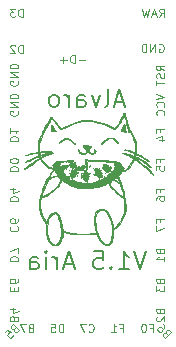
<source format=gbo>
G04 #@! TF.GenerationSoftware,KiCad,Pcbnew,(5.1.6)-1*
G04 #@! TF.CreationDate,2020-12-03T15:36:38+08:00*
G04 #@! TF.ProjectId,Alvaro,416c7661-726f-42e6-9b69-6361645f7063,rev?*
G04 #@! TF.SameCoordinates,Original*
G04 #@! TF.FileFunction,Legend,Bot*
G04 #@! TF.FilePolarity,Positive*
%FSLAX46Y46*%
G04 Gerber Fmt 4.6, Leading zero omitted, Abs format (unit mm)*
G04 Created by KiCad (PCBNEW (5.1.6)-1) date 2020-12-03 15:36:38*
%MOMM*%
%LPD*%
G01*
G04 APERTURE LIST*
%ADD10C,0.150000*%
%ADD11C,0.080000*%
%ADD12C,0.010000*%
G04 APERTURE END LIST*
D10*
X33092857Y-34660000D02*
X32378571Y-34660000D01*
X33235714Y-35088571D02*
X32735714Y-33588571D01*
X32235714Y-35088571D01*
X31521428Y-35088571D02*
X31664285Y-35017142D01*
X31735714Y-34874285D01*
X31735714Y-33588571D01*
X31092857Y-34088571D02*
X30735714Y-35088571D01*
X30378571Y-34088571D01*
X29164285Y-35088571D02*
X29164285Y-34302857D01*
X29235714Y-34160000D01*
X29378571Y-34088571D01*
X29664285Y-34088571D01*
X29807142Y-34160000D01*
X29164285Y-35017142D02*
X29307142Y-35088571D01*
X29664285Y-35088571D01*
X29807142Y-35017142D01*
X29878571Y-34874285D01*
X29878571Y-34731428D01*
X29807142Y-34588571D01*
X29664285Y-34517142D01*
X29307142Y-34517142D01*
X29164285Y-34445714D01*
X28450000Y-35088571D02*
X28450000Y-34088571D01*
X28450000Y-34374285D02*
X28378571Y-34231428D01*
X28307142Y-34160000D01*
X28164285Y-34088571D01*
X28021428Y-34088571D01*
X27307142Y-35088571D02*
X27450000Y-35017142D01*
X27521428Y-34945714D01*
X27592857Y-34802857D01*
X27592857Y-34374285D01*
X27521428Y-34231428D01*
X27450000Y-34160000D01*
X27307142Y-34088571D01*
X27092857Y-34088571D01*
X26950000Y-34160000D01*
X26878571Y-34231428D01*
X26807142Y-34374285D01*
X26807142Y-34802857D01*
X26878571Y-34945714D01*
X26950000Y-35017142D01*
X27092857Y-35088571D01*
X27307142Y-35088571D01*
X34950000Y-47338571D02*
X34450000Y-48838571D01*
X33950000Y-47338571D01*
X32664285Y-48838571D02*
X33521428Y-48838571D01*
X33092857Y-48838571D02*
X33092857Y-47338571D01*
X33235714Y-47552857D01*
X33378571Y-47695714D01*
X33521428Y-47767142D01*
X32021428Y-48695714D02*
X31950000Y-48767142D01*
X32021428Y-48838571D01*
X32092857Y-48767142D01*
X32021428Y-48695714D01*
X32021428Y-48838571D01*
X30592857Y-47338571D02*
X31307142Y-47338571D01*
X31378571Y-48052857D01*
X31307142Y-47981428D01*
X31164285Y-47910000D01*
X30807142Y-47910000D01*
X30664285Y-47981428D01*
X30592857Y-48052857D01*
X30521428Y-48195714D01*
X30521428Y-48552857D01*
X30592857Y-48695714D01*
X30664285Y-48767142D01*
X30807142Y-48838571D01*
X31164285Y-48838571D01*
X31307142Y-48767142D01*
X31378571Y-48695714D01*
X28807142Y-48410000D02*
X28092857Y-48410000D01*
X28950000Y-48838571D02*
X28450000Y-47338571D01*
X27950000Y-48838571D01*
X27450000Y-48838571D02*
X27450000Y-47838571D01*
X27450000Y-48124285D02*
X27378571Y-47981428D01*
X27307142Y-47910000D01*
X27164285Y-47838571D01*
X27021428Y-47838571D01*
X26521428Y-48838571D02*
X26521428Y-47838571D01*
X26521428Y-47338571D02*
X26592857Y-47410000D01*
X26521428Y-47481428D01*
X26450000Y-47410000D01*
X26521428Y-47338571D01*
X26521428Y-47481428D01*
X25164285Y-48838571D02*
X25164285Y-48052857D01*
X25235714Y-47910000D01*
X25378571Y-47838571D01*
X25664285Y-47838571D01*
X25807142Y-47910000D01*
X25164285Y-48767142D02*
X25307142Y-48838571D01*
X25664285Y-48838571D01*
X25807142Y-48767142D01*
X25878571Y-48624285D01*
X25878571Y-48481428D01*
X25807142Y-48338571D01*
X25664285Y-48267142D01*
X25307142Y-48267142D01*
X25164285Y-48195714D01*
D11*
X24127000Y-32913333D02*
X24160333Y-32980000D01*
X24160333Y-33080000D01*
X24127000Y-33180000D01*
X24060333Y-33246666D01*
X23993666Y-33280000D01*
X23860333Y-33313333D01*
X23760333Y-33313333D01*
X23627000Y-33280000D01*
X23560333Y-33246666D01*
X23493666Y-33180000D01*
X23460333Y-33080000D01*
X23460333Y-33013333D01*
X23493666Y-32913333D01*
X23527000Y-32880000D01*
X23760333Y-32880000D01*
X23760333Y-33013333D01*
X23460333Y-32580000D02*
X24160333Y-32580000D01*
X23460333Y-32180000D01*
X24160333Y-32180000D01*
X23460333Y-31846666D02*
X24160333Y-31846666D01*
X24160333Y-31680000D01*
X24127000Y-31580000D01*
X24060333Y-31513333D01*
X23993666Y-31480000D01*
X23860333Y-31446666D01*
X23760333Y-31446666D01*
X23627000Y-31480000D01*
X23560333Y-31513333D01*
X23493666Y-31580000D01*
X23460333Y-31680000D01*
X23460333Y-31846666D01*
X36173000Y-44846666D02*
X36173000Y-44613333D01*
X36539666Y-44613333D02*
X35839666Y-44613333D01*
X35839666Y-44946666D01*
X35839666Y-45146666D02*
X35839666Y-45613333D01*
X36539666Y-45313333D01*
X29820000Y-31100000D02*
X29286666Y-31100000D01*
X28953333Y-31366666D02*
X28953333Y-30666666D01*
X28786666Y-30666666D01*
X28686666Y-30700000D01*
X28620000Y-30766666D01*
X28586666Y-30833333D01*
X28553333Y-30966666D01*
X28553333Y-31066666D01*
X28586666Y-31200000D01*
X28620000Y-31266666D01*
X28686666Y-31333333D01*
X28786666Y-31366666D01*
X28953333Y-31366666D01*
X28253333Y-31100000D02*
X27720000Y-31100000D01*
X27986666Y-31366666D02*
X27986666Y-30833333D01*
X24546667Y-27469666D02*
X24546667Y-26769666D01*
X24380001Y-26769666D01*
X24280001Y-26803000D01*
X24213334Y-26869666D01*
X24180001Y-26936333D01*
X24146667Y-27069666D01*
X24146667Y-27169666D01*
X24180001Y-27303000D01*
X24213334Y-27369666D01*
X24280001Y-27436333D01*
X24380001Y-27469666D01*
X24546667Y-27469666D01*
X23913334Y-26769666D02*
X23480001Y-26769666D01*
X23713334Y-27036333D01*
X23613334Y-27036333D01*
X23546667Y-27069666D01*
X23513334Y-27103000D01*
X23480001Y-27169666D01*
X23480001Y-27336333D01*
X23513334Y-27403000D01*
X23546667Y-27436333D01*
X23613334Y-27469666D01*
X23813334Y-27469666D01*
X23880001Y-27436333D01*
X23913334Y-27403000D01*
X24547666Y-30537666D02*
X24547666Y-29837666D01*
X24381000Y-29837666D01*
X24281000Y-29871000D01*
X24214333Y-29937666D01*
X24181000Y-30004333D01*
X24147666Y-30137666D01*
X24147666Y-30237666D01*
X24181000Y-30371000D01*
X24214333Y-30437666D01*
X24281000Y-30504333D01*
X24381000Y-30537666D01*
X24547666Y-30537666D01*
X23881000Y-29904333D02*
X23847666Y-29871000D01*
X23781000Y-29837666D01*
X23614333Y-29837666D01*
X23547666Y-29871000D01*
X23514333Y-29904333D01*
X23481000Y-29971000D01*
X23481000Y-30037666D01*
X23514333Y-30137666D01*
X23914333Y-30537666D01*
X23481000Y-30537666D01*
X24127000Y-35453333D02*
X24160333Y-35520000D01*
X24160333Y-35620000D01*
X24127000Y-35720000D01*
X24060333Y-35786666D01*
X23993666Y-35820000D01*
X23860333Y-35853333D01*
X23760333Y-35853333D01*
X23627000Y-35820000D01*
X23560333Y-35786666D01*
X23493666Y-35720000D01*
X23460333Y-35620000D01*
X23460333Y-35553333D01*
X23493666Y-35453333D01*
X23527000Y-35420000D01*
X23760333Y-35420000D01*
X23760333Y-35553333D01*
X23460333Y-35120000D02*
X24160333Y-35120000D01*
X23460333Y-34720000D01*
X24160333Y-34720000D01*
X23460333Y-34386666D02*
X24160333Y-34386666D01*
X24160333Y-34220000D01*
X24127000Y-34120000D01*
X24060333Y-34053333D01*
X23993666Y-34020000D01*
X23860333Y-33986666D01*
X23760333Y-33986666D01*
X23627000Y-34020000D01*
X23560333Y-34053333D01*
X23493666Y-34120000D01*
X23460333Y-34220000D01*
X23460333Y-34386666D01*
X23460333Y-37976666D02*
X24160333Y-37976666D01*
X24160333Y-37810000D01*
X24127000Y-37710000D01*
X24060333Y-37643333D01*
X23993666Y-37610000D01*
X23860333Y-37576666D01*
X23760333Y-37576666D01*
X23627000Y-37610000D01*
X23560333Y-37643333D01*
X23493666Y-37710000D01*
X23460333Y-37810000D01*
X23460333Y-37976666D01*
X23460333Y-36910000D02*
X23460333Y-37310000D01*
X23460333Y-37110000D02*
X24160333Y-37110000D01*
X24060333Y-37176666D01*
X23993666Y-37243333D01*
X23960333Y-37310000D01*
X23460333Y-40516666D02*
X24160333Y-40516666D01*
X24160333Y-40350000D01*
X24127000Y-40250000D01*
X24060333Y-40183333D01*
X23993666Y-40150000D01*
X23860333Y-40116666D01*
X23760333Y-40116666D01*
X23627000Y-40150000D01*
X23560333Y-40183333D01*
X23493666Y-40250000D01*
X23460333Y-40350000D01*
X23460333Y-40516666D01*
X24160333Y-39683333D02*
X24160333Y-39616666D01*
X24127000Y-39550000D01*
X24093666Y-39516666D01*
X24027000Y-39483333D01*
X23893666Y-39450000D01*
X23727000Y-39450000D01*
X23593666Y-39483333D01*
X23527000Y-39516666D01*
X23493666Y-39550000D01*
X23460333Y-39616666D01*
X23460333Y-39683333D01*
X23493666Y-39750000D01*
X23527000Y-39783333D01*
X23593666Y-39816666D01*
X23727000Y-39850000D01*
X23893666Y-39850000D01*
X24027000Y-39816666D01*
X24093666Y-39783333D01*
X24127000Y-39750000D01*
X24160333Y-39683333D01*
X23460333Y-43056666D02*
X24160333Y-43056666D01*
X24160333Y-42890000D01*
X24127000Y-42790000D01*
X24060333Y-42723333D01*
X23993666Y-42690000D01*
X23860333Y-42656666D01*
X23760333Y-42656666D01*
X23627000Y-42690000D01*
X23560333Y-42723333D01*
X23493666Y-42790000D01*
X23460333Y-42890000D01*
X23460333Y-43056666D01*
X23927000Y-42056666D02*
X23460333Y-42056666D01*
X24193666Y-42223333D02*
X23693666Y-42390000D01*
X23693666Y-41956666D01*
X23527000Y-45196666D02*
X23493666Y-45230000D01*
X23460333Y-45330000D01*
X23460333Y-45396666D01*
X23493666Y-45496666D01*
X23560333Y-45563333D01*
X23627000Y-45596666D01*
X23760333Y-45630000D01*
X23860333Y-45630000D01*
X23993666Y-45596666D01*
X24060333Y-45563333D01*
X24127000Y-45496666D01*
X24160333Y-45396666D01*
X24160333Y-45330000D01*
X24127000Y-45230000D01*
X24093666Y-45196666D01*
X24160333Y-44596666D02*
X24160333Y-44730000D01*
X24127000Y-44796666D01*
X24093666Y-44830000D01*
X23993666Y-44896666D01*
X23860333Y-44930000D01*
X23593666Y-44930000D01*
X23527000Y-44896666D01*
X23493666Y-44863333D01*
X23460333Y-44796666D01*
X23460333Y-44663333D01*
X23493666Y-44596666D01*
X23527000Y-44563333D01*
X23593666Y-44530000D01*
X23760333Y-44530000D01*
X23827000Y-44563333D01*
X23860333Y-44596666D01*
X23893666Y-44663333D01*
X23893666Y-44796666D01*
X23860333Y-44863333D01*
X23827000Y-44896666D01*
X23760333Y-44930000D01*
X23460333Y-48136666D02*
X24160333Y-48136666D01*
X24160333Y-47970000D01*
X24127000Y-47870000D01*
X24060333Y-47803333D01*
X23993666Y-47770000D01*
X23860333Y-47736666D01*
X23760333Y-47736666D01*
X23627000Y-47770000D01*
X23560333Y-47803333D01*
X23493666Y-47870000D01*
X23460333Y-47970000D01*
X23460333Y-48136666D01*
X24160333Y-47503333D02*
X24160333Y-47036666D01*
X23460333Y-47336666D01*
X23827000Y-50643333D02*
X23827000Y-50410000D01*
X23460333Y-50310000D02*
X23460333Y-50643333D01*
X24160333Y-50643333D01*
X24160333Y-50310000D01*
X24160333Y-49710000D02*
X24160333Y-49843333D01*
X24127000Y-49910000D01*
X24093666Y-49943333D01*
X23993666Y-50010000D01*
X23860333Y-50043333D01*
X23593666Y-50043333D01*
X23527000Y-50010000D01*
X23493666Y-49976666D01*
X23460333Y-49910000D01*
X23460333Y-49776666D01*
X23493666Y-49710000D01*
X23527000Y-49676666D01*
X23593666Y-49643333D01*
X23760333Y-49643333D01*
X23827000Y-49676666D01*
X23860333Y-49710000D01*
X23893666Y-49776666D01*
X23893666Y-49910000D01*
X23860333Y-49976666D01*
X23827000Y-50010000D01*
X23760333Y-50043333D01*
X23827000Y-52983333D02*
X23793666Y-52883333D01*
X23760333Y-52850000D01*
X23693666Y-52816666D01*
X23593666Y-52816666D01*
X23527000Y-52850000D01*
X23493666Y-52883333D01*
X23460333Y-52950000D01*
X23460333Y-53216666D01*
X24160333Y-53216666D01*
X24160333Y-52983333D01*
X24127000Y-52916666D01*
X24093666Y-52883333D01*
X24027000Y-52850000D01*
X23960333Y-52850000D01*
X23893666Y-52883333D01*
X23860333Y-52916666D01*
X23827000Y-52983333D01*
X23827000Y-53216666D01*
X23927000Y-52216666D02*
X23460333Y-52216666D01*
X24193666Y-52383333D02*
X23693666Y-52550000D01*
X23693666Y-52116666D01*
X23814991Y-53861297D02*
X23767851Y-53955578D01*
X23767851Y-54002719D01*
X23791421Y-54073429D01*
X23862132Y-54144140D01*
X23932842Y-54167710D01*
X23979983Y-54167710D01*
X24050693Y-54144140D01*
X24239255Y-53955578D01*
X23744280Y-53460603D01*
X23579289Y-53625595D01*
X23555719Y-53696306D01*
X23555719Y-53743446D01*
X23579289Y-53814157D01*
X23626429Y-53861297D01*
X23697140Y-53884867D01*
X23744280Y-53884867D01*
X23814991Y-53861297D01*
X23979983Y-53696306D01*
X23013603Y-54191280D02*
X23249306Y-53955578D01*
X23508578Y-54167710D01*
X23461438Y-54167710D01*
X23390727Y-54191280D01*
X23272876Y-54309132D01*
X23249306Y-54379842D01*
X23249306Y-54426983D01*
X23272876Y-54497693D01*
X23390727Y-54615544D01*
X23461438Y-54639115D01*
X23508578Y-54639115D01*
X23579289Y-54615544D01*
X23697140Y-54497693D01*
X23720710Y-54426983D01*
X23720710Y-54379842D01*
X25208333Y-53793000D02*
X25108333Y-53826333D01*
X25075000Y-53859666D01*
X25041666Y-53926333D01*
X25041666Y-54026333D01*
X25075000Y-54093000D01*
X25108333Y-54126333D01*
X25175000Y-54159666D01*
X25441666Y-54159666D01*
X25441666Y-53459666D01*
X25208333Y-53459666D01*
X25141666Y-53493000D01*
X25108333Y-53526333D01*
X25075000Y-53593000D01*
X25075000Y-53659666D01*
X25108333Y-53726333D01*
X25141666Y-53759666D01*
X25208333Y-53793000D01*
X25441666Y-53793000D01*
X24808333Y-53459666D02*
X24341666Y-53459666D01*
X24641666Y-54159666D01*
X27976666Y-54159666D02*
X27976666Y-53459666D01*
X27810000Y-53459666D01*
X27710000Y-53493000D01*
X27643333Y-53559666D01*
X27610000Y-53626333D01*
X27576666Y-53759666D01*
X27576666Y-53859666D01*
X27610000Y-53993000D01*
X27643333Y-54059666D01*
X27710000Y-54126333D01*
X27810000Y-54159666D01*
X27976666Y-54159666D01*
X26943333Y-53459666D02*
X27276666Y-53459666D01*
X27310000Y-53793000D01*
X27276666Y-53759666D01*
X27210000Y-53726333D01*
X27043333Y-53726333D01*
X26976666Y-53759666D01*
X26943333Y-53793000D01*
X26910000Y-53859666D01*
X26910000Y-54026333D01*
X26943333Y-54093000D01*
X26976666Y-54126333D01*
X27043333Y-54159666D01*
X27210000Y-54159666D01*
X27276666Y-54126333D01*
X27310000Y-54093000D01*
X30116666Y-54093000D02*
X30150000Y-54126333D01*
X30250000Y-54159666D01*
X30316666Y-54159666D01*
X30416666Y-54126333D01*
X30483333Y-54059666D01*
X30516666Y-53993000D01*
X30550000Y-53859666D01*
X30550000Y-53759666D01*
X30516666Y-53626333D01*
X30483333Y-53559666D01*
X30416666Y-53493000D01*
X30316666Y-53459666D01*
X30250000Y-53459666D01*
X30150000Y-53493000D01*
X30116666Y-53526333D01*
X29883333Y-53459666D02*
X29416666Y-53459666D01*
X29716666Y-54159666D01*
X32773333Y-53793000D02*
X33006666Y-53793000D01*
X33006666Y-54159666D02*
X33006666Y-53459666D01*
X32673333Y-53459666D01*
X32040000Y-54159666D02*
X32440000Y-54159666D01*
X32240000Y-54159666D02*
X32240000Y-53459666D01*
X32306666Y-53559666D01*
X32373333Y-53626333D01*
X32440000Y-53659666D01*
X35313333Y-53793000D02*
X35546666Y-53793000D01*
X35546666Y-54159666D02*
X35546666Y-53459666D01*
X35213333Y-53459666D01*
X34813333Y-53459666D02*
X34746666Y-53459666D01*
X34680000Y-53493000D01*
X34646666Y-53526333D01*
X34613333Y-53593000D01*
X34580000Y-53726333D01*
X34580000Y-53893000D01*
X34613333Y-54026333D01*
X34646666Y-54093000D01*
X34680000Y-54126333D01*
X34746666Y-54159666D01*
X34813333Y-54159666D01*
X34880000Y-54126333D01*
X34913333Y-54093000D01*
X34946666Y-54026333D01*
X34980000Y-53893000D01*
X34980000Y-53726333D01*
X34946666Y-53593000D01*
X34913333Y-53526333D01*
X34880000Y-53493000D01*
X34813333Y-53459666D01*
X36712702Y-54261991D02*
X36618421Y-54214851D01*
X36571280Y-54214851D01*
X36500570Y-54238421D01*
X36429859Y-54309132D01*
X36406289Y-54379842D01*
X36406289Y-54426983D01*
X36429859Y-54497693D01*
X36618421Y-54686255D01*
X37113396Y-54191280D01*
X36948404Y-54026289D01*
X36877693Y-54002719D01*
X36830553Y-54002719D01*
X36759842Y-54026289D01*
X36712702Y-54073429D01*
X36689132Y-54144140D01*
X36689132Y-54191280D01*
X36712702Y-54261991D01*
X36877693Y-54426983D01*
X36406289Y-53484174D02*
X36500570Y-53578455D01*
X36524140Y-53649165D01*
X36524140Y-53696306D01*
X36500570Y-53814157D01*
X36429859Y-53932008D01*
X36241297Y-54120570D01*
X36170587Y-54144140D01*
X36123446Y-54144140D01*
X36052735Y-54120570D01*
X35958455Y-54026289D01*
X35934884Y-53955578D01*
X35934884Y-53908438D01*
X35958455Y-53837727D01*
X36076306Y-53719876D01*
X36147016Y-53696306D01*
X36194157Y-53696306D01*
X36264867Y-53719876D01*
X36359148Y-53814157D01*
X36382719Y-53884867D01*
X36382719Y-53932008D01*
X36359148Y-54002719D01*
X36173000Y-52416666D02*
X36206333Y-52516666D01*
X36239666Y-52550000D01*
X36306333Y-52583333D01*
X36406333Y-52583333D01*
X36473000Y-52550000D01*
X36506333Y-52516666D01*
X36539666Y-52450000D01*
X36539666Y-52183333D01*
X35839666Y-52183333D01*
X35839666Y-52416666D01*
X35873000Y-52483333D01*
X35906333Y-52516666D01*
X35973000Y-52550000D01*
X36039666Y-52550000D01*
X36106333Y-52516666D01*
X36139666Y-52483333D01*
X36173000Y-52416666D01*
X36173000Y-52183333D01*
X35906333Y-52850000D02*
X35873000Y-52883333D01*
X35839666Y-52950000D01*
X35839666Y-53116666D01*
X35873000Y-53183333D01*
X35906333Y-53216666D01*
X35973000Y-53250000D01*
X36039666Y-53250000D01*
X36139666Y-53216666D01*
X36539666Y-52816666D01*
X36539666Y-53250000D01*
X36173000Y-49876666D02*
X36206333Y-49976666D01*
X36239666Y-50010000D01*
X36306333Y-50043333D01*
X36406333Y-50043333D01*
X36473000Y-50010000D01*
X36506333Y-49976666D01*
X36539666Y-49910000D01*
X36539666Y-49643333D01*
X35839666Y-49643333D01*
X35839666Y-49876666D01*
X35873000Y-49943333D01*
X35906333Y-49976666D01*
X35973000Y-50010000D01*
X36039666Y-50010000D01*
X36106333Y-49976666D01*
X36139666Y-49943333D01*
X36173000Y-49876666D01*
X36173000Y-49643333D01*
X35839666Y-50276666D02*
X35839666Y-50710000D01*
X36106333Y-50476666D01*
X36106333Y-50576666D01*
X36139666Y-50643333D01*
X36173000Y-50676666D01*
X36239666Y-50710000D01*
X36406333Y-50710000D01*
X36473000Y-50676666D01*
X36506333Y-50643333D01*
X36539666Y-50576666D01*
X36539666Y-50376666D01*
X36506333Y-50310000D01*
X36473000Y-50276666D01*
X36173000Y-47336666D02*
X36206333Y-47436666D01*
X36239666Y-47470000D01*
X36306333Y-47503333D01*
X36406333Y-47503333D01*
X36473000Y-47470000D01*
X36506333Y-47436666D01*
X36539666Y-47370000D01*
X36539666Y-47103333D01*
X35839666Y-47103333D01*
X35839666Y-47336666D01*
X35873000Y-47403333D01*
X35906333Y-47436666D01*
X35973000Y-47470000D01*
X36039666Y-47470000D01*
X36106333Y-47436666D01*
X36139666Y-47403333D01*
X36173000Y-47336666D01*
X36173000Y-47103333D01*
X36539666Y-48170000D02*
X36539666Y-47770000D01*
X36539666Y-47970000D02*
X35839666Y-47970000D01*
X35939666Y-47903333D01*
X36006333Y-47836666D01*
X36039666Y-47770000D01*
X36173000Y-42306666D02*
X36173000Y-42073333D01*
X36539666Y-42073333D02*
X35839666Y-42073333D01*
X35839666Y-42406666D01*
X35839666Y-42973333D02*
X35839666Y-42840000D01*
X35873000Y-42773333D01*
X35906333Y-42740000D01*
X36006333Y-42673333D01*
X36139666Y-42640000D01*
X36406333Y-42640000D01*
X36473000Y-42673333D01*
X36506333Y-42706666D01*
X36539666Y-42773333D01*
X36539666Y-42906666D01*
X36506333Y-42973333D01*
X36473000Y-43006666D01*
X36406333Y-43040000D01*
X36239666Y-43040000D01*
X36173000Y-43006666D01*
X36139666Y-42973333D01*
X36106333Y-42906666D01*
X36106333Y-42773333D01*
X36139666Y-42706666D01*
X36173000Y-42673333D01*
X36239666Y-42640000D01*
X36173000Y-39766666D02*
X36173000Y-39533333D01*
X36539666Y-39533333D02*
X35839666Y-39533333D01*
X35839666Y-39866666D01*
X35839666Y-40466666D02*
X35839666Y-40133333D01*
X36173000Y-40100000D01*
X36139666Y-40133333D01*
X36106333Y-40200000D01*
X36106333Y-40366666D01*
X36139666Y-40433333D01*
X36173000Y-40466666D01*
X36239666Y-40500000D01*
X36406333Y-40500000D01*
X36473000Y-40466666D01*
X36506333Y-40433333D01*
X36539666Y-40366666D01*
X36539666Y-40200000D01*
X36506333Y-40133333D01*
X36473000Y-40100000D01*
X36173000Y-37226666D02*
X36173000Y-36993333D01*
X36539666Y-36993333D02*
X35839666Y-36993333D01*
X35839666Y-37326666D01*
X36073000Y-37893333D02*
X36539666Y-37893333D01*
X35806333Y-37726666D02*
X36306333Y-37560000D01*
X36306333Y-37993333D01*
X35839666Y-33986666D02*
X36539666Y-34220000D01*
X35839666Y-34453333D01*
X36473000Y-35086666D02*
X36506333Y-35053333D01*
X36539666Y-34953333D01*
X36539666Y-34886666D01*
X36506333Y-34786666D01*
X36439666Y-34720000D01*
X36373000Y-34686666D01*
X36239666Y-34653333D01*
X36139666Y-34653333D01*
X36006333Y-34686666D01*
X35939666Y-34720000D01*
X35873000Y-34786666D01*
X35839666Y-34886666D01*
X35839666Y-34953333D01*
X35873000Y-35053333D01*
X35906333Y-35086666D01*
X36473000Y-35786666D02*
X36506333Y-35753333D01*
X36539666Y-35653333D01*
X36539666Y-35586666D01*
X36506333Y-35486666D01*
X36439666Y-35420000D01*
X36373000Y-35386666D01*
X36239666Y-35353333D01*
X36139666Y-35353333D01*
X36006333Y-35386666D01*
X35939666Y-35420000D01*
X35873000Y-35486666D01*
X35839666Y-35586666D01*
X35839666Y-35653333D01*
X35873000Y-35753333D01*
X35906333Y-35786666D01*
X36539666Y-31996666D02*
X36206333Y-31763333D01*
X36539666Y-31596666D02*
X35839666Y-31596666D01*
X35839666Y-31863333D01*
X35873000Y-31930000D01*
X35906333Y-31963333D01*
X35973000Y-31996666D01*
X36073000Y-31996666D01*
X36139666Y-31963333D01*
X36173000Y-31930000D01*
X36206333Y-31863333D01*
X36206333Y-31596666D01*
X36506333Y-32263333D02*
X36539666Y-32363333D01*
X36539666Y-32530000D01*
X36506333Y-32596666D01*
X36473000Y-32630000D01*
X36406333Y-32663333D01*
X36339666Y-32663333D01*
X36273000Y-32630000D01*
X36239666Y-32596666D01*
X36206333Y-32530000D01*
X36173000Y-32396666D01*
X36139666Y-32330000D01*
X36106333Y-32296666D01*
X36039666Y-32263333D01*
X35973000Y-32263333D01*
X35906333Y-32296666D01*
X35873000Y-32330000D01*
X35839666Y-32396666D01*
X35839666Y-32563333D01*
X35873000Y-32663333D01*
X35839666Y-32863333D02*
X35839666Y-33263333D01*
X36539666Y-33063333D02*
X35839666Y-33063333D01*
X36083333Y-29800000D02*
X36150000Y-29766666D01*
X36250000Y-29766666D01*
X36350000Y-29800000D01*
X36416666Y-29866666D01*
X36450000Y-29933333D01*
X36483333Y-30066666D01*
X36483333Y-30166666D01*
X36450000Y-30300000D01*
X36416666Y-30366666D01*
X36350000Y-30433333D01*
X36250000Y-30466666D01*
X36183333Y-30466666D01*
X36083333Y-30433333D01*
X36050000Y-30400000D01*
X36050000Y-30166666D01*
X36183333Y-30166666D01*
X35750000Y-30466666D02*
X35750000Y-29766666D01*
X35350000Y-30466666D01*
X35350000Y-29766666D01*
X35016666Y-30466666D02*
X35016666Y-29766666D01*
X34850000Y-29766666D01*
X34750000Y-29800000D01*
X34683333Y-29866666D01*
X34650000Y-29933333D01*
X34616666Y-30066666D01*
X34616666Y-30166666D01*
X34650000Y-30300000D01*
X34683333Y-30366666D01*
X34750000Y-30433333D01*
X34850000Y-30466666D01*
X35016666Y-30466666D01*
X36103334Y-27469666D02*
X36336667Y-27136333D01*
X36503334Y-27469666D02*
X36503334Y-26769666D01*
X36236667Y-26769666D01*
X36170001Y-26803000D01*
X36136667Y-26836333D01*
X36103334Y-26903000D01*
X36103334Y-27003000D01*
X36136667Y-27069666D01*
X36170001Y-27103000D01*
X36236667Y-27136333D01*
X36503334Y-27136333D01*
X35836667Y-27269666D02*
X35503334Y-27269666D01*
X35903334Y-27469666D02*
X35670001Y-26769666D01*
X35436667Y-27469666D01*
X35270001Y-26769666D02*
X35103334Y-27469666D01*
X34970001Y-26969666D01*
X34836667Y-27469666D01*
X34670001Y-26769666D01*
D12*
G36*
X25937212Y-43209552D02*
G01*
X25926082Y-43293153D01*
X25921142Y-43420467D01*
X25921000Y-43449375D01*
X25924126Y-43571326D01*
X25932467Y-43664598D01*
X25944469Y-43714614D01*
X25949778Y-43719250D01*
X25966253Y-43744483D01*
X25962230Y-43781680D01*
X25959775Y-43852163D01*
X25973510Y-43953763D01*
X25998125Y-44063025D01*
X26028313Y-44156496D01*
X26058764Y-44210721D01*
X26059487Y-44211375D01*
X26093786Y-44269156D01*
X26100070Y-44298894D01*
X26119286Y-44363571D01*
X26163967Y-44458452D01*
X26225386Y-44569455D01*
X26294820Y-44682496D01*
X26363544Y-44783491D01*
X26422832Y-44858359D01*
X26463961Y-44893015D01*
X26468681Y-44893896D01*
X26494642Y-44900106D01*
X26510043Y-44926435D01*
X26516643Y-44984613D01*
X26516201Y-45086369D01*
X26512726Y-45187687D01*
X26513119Y-45498622D01*
X26536933Y-45803468D01*
X26582021Y-46081266D01*
X26619559Y-46230197D01*
X26692247Y-46405377D01*
X26797534Y-46569629D01*
X26921782Y-46704732D01*
X27034309Y-46784189D01*
X27149027Y-46819891D01*
X27280316Y-46827188D01*
X27397538Y-46805636D01*
X27431769Y-46789937D01*
X27579469Y-46683233D01*
X27695021Y-46547534D01*
X27755397Y-46447004D01*
X27812208Y-46323905D01*
X27866037Y-46176235D01*
X27911123Y-46023799D01*
X27941705Y-45886401D01*
X27948336Y-45820469D01*
X27814701Y-45820469D01*
X27807952Y-45943054D01*
X27793627Y-46039572D01*
X27793135Y-46041650D01*
X27717615Y-46278686D01*
X27615467Y-46481346D01*
X27493479Y-46636547D01*
X27475574Y-46653410D01*
X27360160Y-46737349D01*
X27253455Y-46764787D01*
X27141913Y-46736006D01*
X27026781Y-46662714D01*
X26882292Y-46513302D01*
X26769270Y-46309049D01*
X26687834Y-46050337D01*
X26638099Y-45737544D01*
X26620182Y-45371053D01*
X26620135Y-45334901D01*
X26626704Y-45151506D01*
X26643959Y-44960677D01*
X26669468Y-44778622D01*
X26700801Y-44621547D01*
X26735525Y-44505658D01*
X26748990Y-44476004D01*
X26802991Y-44409851D01*
X26895373Y-44328285D01*
X27008005Y-44244855D01*
X27122759Y-44173108D01*
X27211912Y-44130085D01*
X27297914Y-44110655D01*
X27367740Y-44130958D01*
X27430912Y-44197941D01*
X27496948Y-44318552D01*
X27510585Y-44348060D01*
X27565628Y-44489251D01*
X27619766Y-44662045D01*
X27668053Y-44846545D01*
X27705543Y-45022852D01*
X27727291Y-45171067D01*
X27730750Y-45233825D01*
X27738426Y-45304682D01*
X27757155Y-45338110D01*
X27759650Y-45338500D01*
X27780132Y-45367721D01*
X27796589Y-45445442D01*
X27808309Y-45556749D01*
X27814583Y-45686729D01*
X27814701Y-45820469D01*
X27948336Y-45820469D01*
X27952020Y-45783847D01*
X27951487Y-45772992D01*
X27949395Y-45708901D01*
X27965543Y-45681819D01*
X28013500Y-45687215D01*
X28106838Y-45720554D01*
X28107606Y-45720846D01*
X28203741Y-45750206D01*
X28342184Y-45783439D01*
X28502317Y-45815908D01*
X28623544Y-45836858D01*
X28804447Y-45859019D01*
X29024504Y-45875720D01*
X29270722Y-45886938D01*
X29530105Y-45892646D01*
X29789662Y-45892819D01*
X30036398Y-45887433D01*
X30257319Y-45876462D01*
X30439432Y-45859880D01*
X30557364Y-45840607D01*
X30764603Y-45793719D01*
X30852149Y-46024609D01*
X30969515Y-46282006D01*
X31106922Y-46482762D01*
X31269234Y-46631898D01*
X31461318Y-46734432D01*
X31576023Y-46771379D01*
X31674600Y-46792127D01*
X31747206Y-46787785D01*
X31827479Y-46755158D01*
X31845898Y-46745744D01*
X31937658Y-46683021D01*
X32010876Y-46607533D01*
X32022778Y-46589528D01*
X32081756Y-46455748D01*
X32133832Y-46278201D01*
X32174843Y-46076559D01*
X32200629Y-45870496D01*
X32207500Y-45716109D01*
X32207500Y-45550278D01*
X32107440Y-45550278D01*
X32103899Y-45699920D01*
X32102416Y-45735375D01*
X32085742Y-45962946D01*
X32055088Y-46154531D01*
X32006139Y-46336903D01*
X32004693Y-46341422D01*
X31937353Y-46520637D01*
X31865286Y-46640619D01*
X31780901Y-46705572D01*
X31676608Y-46719699D01*
X31544816Y-46687202D01*
X31451201Y-46647914D01*
X31326349Y-46572688D01*
X31216589Y-46466005D01*
X31116918Y-46320289D01*
X31022334Y-46127961D01*
X30927833Y-45881445D01*
X30909194Y-45827022D01*
X30785905Y-45416299D01*
X30707977Y-45049920D01*
X30675408Y-44727793D01*
X30688198Y-44449825D01*
X30746344Y-44215923D01*
X30849847Y-44025995D01*
X30889866Y-43977440D01*
X31030745Y-43856418D01*
X31175006Y-43798210D01*
X31318430Y-43802590D01*
X31456795Y-43869328D01*
X31585881Y-43998198D01*
X31599040Y-44015756D01*
X31731313Y-44208822D01*
X31832448Y-44388414D01*
X31911659Y-44575295D01*
X31978159Y-44790225D01*
X32022336Y-44969598D01*
X32062901Y-45154152D01*
X32089140Y-45298427D01*
X32103253Y-45423458D01*
X32107440Y-45550278D01*
X32207500Y-45550278D01*
X32207500Y-45438929D01*
X32326563Y-45365448D01*
X32486715Y-45250392D01*
X32634382Y-45115127D01*
X32748383Y-44979507D01*
X32765065Y-44954427D01*
X32933806Y-44668099D01*
X33072626Y-44393151D01*
X33175657Y-44141927D01*
X33221337Y-43994591D01*
X33263538Y-43793858D01*
X33282009Y-43614561D01*
X33277461Y-43465034D01*
X33250604Y-43353612D01*
X33202149Y-43288630D01*
X33160000Y-43275258D01*
X33153492Y-43304649D01*
X33148138Y-43384597D01*
X33144566Y-43502161D01*
X33143413Y-43616084D01*
X33138908Y-43798727D01*
X33123106Y-43953735D01*
X33091314Y-44096781D01*
X33038840Y-44243540D01*
X32960989Y-44409685D01*
X32853069Y-44610889D01*
X32836832Y-44640000D01*
X32746181Y-44788526D01*
X32643359Y-44935234D01*
X32536272Y-45071120D01*
X32432830Y-45187183D01*
X32340940Y-45274422D01*
X32268511Y-45323835D01*
X32230424Y-45330266D01*
X32209184Y-45295527D01*
X32184019Y-45213685D01*
X32159539Y-45100564D01*
X32153624Y-45066583D01*
X32101613Y-44823573D01*
X32030392Y-44594046D01*
X31946718Y-44398177D01*
X31904401Y-44322500D01*
X31846480Y-44226496D01*
X31779282Y-44111435D01*
X31750745Y-44061406D01*
X31639176Y-43916338D01*
X31531969Y-43834331D01*
X31383453Y-43761461D01*
X31258306Y-43733219D01*
X31136894Y-43747508D01*
X31042650Y-43782122D01*
X30893216Y-43860440D01*
X30783277Y-43951753D01*
X30703168Y-44069382D01*
X30643225Y-44226647D01*
X30603949Y-44386841D01*
X30573242Y-44559769D01*
X30560598Y-44715887D01*
X30566958Y-44873430D01*
X30593266Y-45050634D01*
X30640463Y-45265737D01*
X30651750Y-45311915D01*
X30688025Y-45460122D01*
X30717940Y-45585257D01*
X30738558Y-45674831D01*
X30746946Y-45716351D01*
X30747000Y-45717261D01*
X30716892Y-45734854D01*
X30632739Y-45755988D01*
X30503795Y-45779189D01*
X30339317Y-45802979D01*
X30148561Y-45825883D01*
X29940781Y-45846425D01*
X29932538Y-45847151D01*
X29775655Y-45859258D01*
X29639874Y-45864791D01*
X29507823Y-45863133D01*
X29362133Y-45853667D01*
X29185431Y-45835775D01*
X29003090Y-45814123D01*
X28665483Y-45767777D01*
X28391137Y-45719541D01*
X28179842Y-45669356D01*
X28031384Y-45617162D01*
X27945552Y-45562902D01*
X27921657Y-45513293D01*
X27915523Y-45452141D01*
X27898963Y-45349807D01*
X27875388Y-45227082D01*
X27872150Y-45211500D01*
X27842243Y-45068255D01*
X27812407Y-44924441D01*
X27789807Y-44814625D01*
X27721371Y-44543635D01*
X27636874Y-44327206D01*
X27533187Y-44157728D01*
X27505844Y-44124062D01*
X27429160Y-44044547D01*
X27360173Y-43989901D01*
X27320259Y-43973250D01*
X27240277Y-43992690D01*
X27133812Y-44044573D01*
X27013765Y-44119238D01*
X26893042Y-44207024D01*
X26784545Y-44298272D01*
X26701179Y-44383321D01*
X26655847Y-44452512D01*
X26651250Y-44474090D01*
X26641860Y-44527485D01*
X26617905Y-44616212D01*
X26600173Y-44673103D01*
X26568295Y-44762935D01*
X26543171Y-44802505D01*
X26514220Y-44802639D01*
X26488813Y-44787040D01*
X26449581Y-44741944D01*
X26391654Y-44653840D01*
X26323907Y-44536922D01*
X26275808Y-44446346D01*
X26153544Y-44165600D01*
X26064076Y-43872160D01*
X26013730Y-43588621D01*
X26005940Y-43482465D01*
X25997261Y-43396752D01*
X25981664Y-43345094D01*
X25973121Y-43338250D01*
X25959517Y-43312226D01*
X25965788Y-43258875D01*
X25970258Y-43198673D01*
X25953355Y-43179500D01*
X25937212Y-43209552D01*
G37*
X25937212Y-43209552D02*
X25926082Y-43293153D01*
X25921142Y-43420467D01*
X25921000Y-43449375D01*
X25924126Y-43571326D01*
X25932467Y-43664598D01*
X25944469Y-43714614D01*
X25949778Y-43719250D01*
X25966253Y-43744483D01*
X25962230Y-43781680D01*
X25959775Y-43852163D01*
X25973510Y-43953763D01*
X25998125Y-44063025D01*
X26028313Y-44156496D01*
X26058764Y-44210721D01*
X26059487Y-44211375D01*
X26093786Y-44269156D01*
X26100070Y-44298894D01*
X26119286Y-44363571D01*
X26163967Y-44458452D01*
X26225386Y-44569455D01*
X26294820Y-44682496D01*
X26363544Y-44783491D01*
X26422832Y-44858359D01*
X26463961Y-44893015D01*
X26468681Y-44893896D01*
X26494642Y-44900106D01*
X26510043Y-44926435D01*
X26516643Y-44984613D01*
X26516201Y-45086369D01*
X26512726Y-45187687D01*
X26513119Y-45498622D01*
X26536933Y-45803468D01*
X26582021Y-46081266D01*
X26619559Y-46230197D01*
X26692247Y-46405377D01*
X26797534Y-46569629D01*
X26921782Y-46704732D01*
X27034309Y-46784189D01*
X27149027Y-46819891D01*
X27280316Y-46827188D01*
X27397538Y-46805636D01*
X27431769Y-46789937D01*
X27579469Y-46683233D01*
X27695021Y-46547534D01*
X27755397Y-46447004D01*
X27812208Y-46323905D01*
X27866037Y-46176235D01*
X27911123Y-46023799D01*
X27941705Y-45886401D01*
X27948336Y-45820469D01*
X27814701Y-45820469D01*
X27807952Y-45943054D01*
X27793627Y-46039572D01*
X27793135Y-46041650D01*
X27717615Y-46278686D01*
X27615467Y-46481346D01*
X27493479Y-46636547D01*
X27475574Y-46653410D01*
X27360160Y-46737349D01*
X27253455Y-46764787D01*
X27141913Y-46736006D01*
X27026781Y-46662714D01*
X26882292Y-46513302D01*
X26769270Y-46309049D01*
X26687834Y-46050337D01*
X26638099Y-45737544D01*
X26620182Y-45371053D01*
X26620135Y-45334901D01*
X26626704Y-45151506D01*
X26643959Y-44960677D01*
X26669468Y-44778622D01*
X26700801Y-44621547D01*
X26735525Y-44505658D01*
X26748990Y-44476004D01*
X26802991Y-44409851D01*
X26895373Y-44328285D01*
X27008005Y-44244855D01*
X27122759Y-44173108D01*
X27211912Y-44130085D01*
X27297914Y-44110655D01*
X27367740Y-44130958D01*
X27430912Y-44197941D01*
X27496948Y-44318552D01*
X27510585Y-44348060D01*
X27565628Y-44489251D01*
X27619766Y-44662045D01*
X27668053Y-44846545D01*
X27705543Y-45022852D01*
X27727291Y-45171067D01*
X27730750Y-45233825D01*
X27738426Y-45304682D01*
X27757155Y-45338110D01*
X27759650Y-45338500D01*
X27780132Y-45367721D01*
X27796589Y-45445442D01*
X27808309Y-45556749D01*
X27814583Y-45686729D01*
X27814701Y-45820469D01*
X27948336Y-45820469D01*
X27952020Y-45783847D01*
X27951487Y-45772992D01*
X27949395Y-45708901D01*
X27965543Y-45681819D01*
X28013500Y-45687215D01*
X28106838Y-45720554D01*
X28107606Y-45720846D01*
X28203741Y-45750206D01*
X28342184Y-45783439D01*
X28502317Y-45815908D01*
X28623544Y-45836858D01*
X28804447Y-45859019D01*
X29024504Y-45875720D01*
X29270722Y-45886938D01*
X29530105Y-45892646D01*
X29789662Y-45892819D01*
X30036398Y-45887433D01*
X30257319Y-45876462D01*
X30439432Y-45859880D01*
X30557364Y-45840607D01*
X30764603Y-45793719D01*
X30852149Y-46024609D01*
X30969515Y-46282006D01*
X31106922Y-46482762D01*
X31269234Y-46631898D01*
X31461318Y-46734432D01*
X31576023Y-46771379D01*
X31674600Y-46792127D01*
X31747206Y-46787785D01*
X31827479Y-46755158D01*
X31845898Y-46745744D01*
X31937658Y-46683021D01*
X32010876Y-46607533D01*
X32022778Y-46589528D01*
X32081756Y-46455748D01*
X32133832Y-46278201D01*
X32174843Y-46076559D01*
X32200629Y-45870496D01*
X32207500Y-45716109D01*
X32207500Y-45550278D01*
X32107440Y-45550278D01*
X32103899Y-45699920D01*
X32102416Y-45735375D01*
X32085742Y-45962946D01*
X32055088Y-46154531D01*
X32006139Y-46336903D01*
X32004693Y-46341422D01*
X31937353Y-46520637D01*
X31865286Y-46640619D01*
X31780901Y-46705572D01*
X31676608Y-46719699D01*
X31544816Y-46687202D01*
X31451201Y-46647914D01*
X31326349Y-46572688D01*
X31216589Y-46466005D01*
X31116918Y-46320289D01*
X31022334Y-46127961D01*
X30927833Y-45881445D01*
X30909194Y-45827022D01*
X30785905Y-45416299D01*
X30707977Y-45049920D01*
X30675408Y-44727793D01*
X30688198Y-44449825D01*
X30746344Y-44215923D01*
X30849847Y-44025995D01*
X30889866Y-43977440D01*
X31030745Y-43856418D01*
X31175006Y-43798210D01*
X31318430Y-43802590D01*
X31456795Y-43869328D01*
X31585881Y-43998198D01*
X31599040Y-44015756D01*
X31731313Y-44208822D01*
X31832448Y-44388414D01*
X31911659Y-44575295D01*
X31978159Y-44790225D01*
X32022336Y-44969598D01*
X32062901Y-45154152D01*
X32089140Y-45298427D01*
X32103253Y-45423458D01*
X32107440Y-45550278D01*
X32207500Y-45550278D01*
X32207500Y-45438929D01*
X32326563Y-45365448D01*
X32486715Y-45250392D01*
X32634382Y-45115127D01*
X32748383Y-44979507D01*
X32765065Y-44954427D01*
X32933806Y-44668099D01*
X33072626Y-44393151D01*
X33175657Y-44141927D01*
X33221337Y-43994591D01*
X33263538Y-43793858D01*
X33282009Y-43614561D01*
X33277461Y-43465034D01*
X33250604Y-43353612D01*
X33202149Y-43288630D01*
X33160000Y-43275258D01*
X33153492Y-43304649D01*
X33148138Y-43384597D01*
X33144566Y-43502161D01*
X33143413Y-43616084D01*
X33138908Y-43798727D01*
X33123106Y-43953735D01*
X33091314Y-44096781D01*
X33038840Y-44243540D01*
X32960989Y-44409685D01*
X32853069Y-44610889D01*
X32836832Y-44640000D01*
X32746181Y-44788526D01*
X32643359Y-44935234D01*
X32536272Y-45071120D01*
X32432830Y-45187183D01*
X32340940Y-45274422D01*
X32268511Y-45323835D01*
X32230424Y-45330266D01*
X32209184Y-45295527D01*
X32184019Y-45213685D01*
X32159539Y-45100564D01*
X32153624Y-45066583D01*
X32101613Y-44823573D01*
X32030392Y-44594046D01*
X31946718Y-44398177D01*
X31904401Y-44322500D01*
X31846480Y-44226496D01*
X31779282Y-44111435D01*
X31750745Y-44061406D01*
X31639176Y-43916338D01*
X31531969Y-43834331D01*
X31383453Y-43761461D01*
X31258306Y-43733219D01*
X31136894Y-43747508D01*
X31042650Y-43782122D01*
X30893216Y-43860440D01*
X30783277Y-43951753D01*
X30703168Y-44069382D01*
X30643225Y-44226647D01*
X30603949Y-44386841D01*
X30573242Y-44559769D01*
X30560598Y-44715887D01*
X30566958Y-44873430D01*
X30593266Y-45050634D01*
X30640463Y-45265737D01*
X30651750Y-45311915D01*
X30688025Y-45460122D01*
X30717940Y-45585257D01*
X30738558Y-45674831D01*
X30746946Y-45716351D01*
X30747000Y-45717261D01*
X30716892Y-45734854D01*
X30632739Y-45755988D01*
X30503795Y-45779189D01*
X30339317Y-45802979D01*
X30148561Y-45825883D01*
X29940781Y-45846425D01*
X29932538Y-45847151D01*
X29775655Y-45859258D01*
X29639874Y-45864791D01*
X29507823Y-45863133D01*
X29362133Y-45853667D01*
X29185431Y-45835775D01*
X29003090Y-45814123D01*
X28665483Y-45767777D01*
X28391137Y-45719541D01*
X28179842Y-45669356D01*
X28031384Y-45617162D01*
X27945552Y-45562902D01*
X27921657Y-45513293D01*
X27915523Y-45452141D01*
X27898963Y-45349807D01*
X27875388Y-45227082D01*
X27872150Y-45211500D01*
X27842243Y-45068255D01*
X27812407Y-44924441D01*
X27789807Y-44814625D01*
X27721371Y-44543635D01*
X27636874Y-44327206D01*
X27533187Y-44157728D01*
X27505844Y-44124062D01*
X27429160Y-44044547D01*
X27360173Y-43989901D01*
X27320259Y-43973250D01*
X27240277Y-43992690D01*
X27133812Y-44044573D01*
X27013765Y-44119238D01*
X26893042Y-44207024D01*
X26784545Y-44298272D01*
X26701179Y-44383321D01*
X26655847Y-44452512D01*
X26651250Y-44474090D01*
X26641860Y-44527485D01*
X26617905Y-44616212D01*
X26600173Y-44673103D01*
X26568295Y-44762935D01*
X26543171Y-44802505D01*
X26514220Y-44802639D01*
X26488813Y-44787040D01*
X26449581Y-44741944D01*
X26391654Y-44653840D01*
X26323907Y-44536922D01*
X26275808Y-44446346D01*
X26153544Y-44165600D01*
X26064076Y-43872160D01*
X26013730Y-43588621D01*
X26005940Y-43482465D01*
X25997261Y-43396752D01*
X25981664Y-43345094D01*
X25973121Y-43338250D01*
X25959517Y-43312226D01*
X25965788Y-43258875D01*
X25970258Y-43198673D01*
X25953355Y-43179500D01*
X25937212Y-43209552D01*
G36*
X33133782Y-43173164D02*
G01*
X33128250Y-43195375D01*
X33153665Y-43237468D01*
X33175875Y-43243000D01*
X33217969Y-43217585D01*
X33223500Y-43195375D01*
X33198086Y-43153281D01*
X33175875Y-43147750D01*
X33133782Y-43173164D01*
G37*
X33133782Y-43173164D02*
X33128250Y-43195375D01*
X33153665Y-43237468D01*
X33175875Y-43243000D01*
X33217969Y-43217585D01*
X33223500Y-43195375D01*
X33198086Y-43153281D01*
X33175875Y-43147750D01*
X33133782Y-43173164D01*
G36*
X33076502Y-35611209D02*
G01*
X33064750Y-35641218D01*
X33051118Y-35688475D01*
X33014141Y-35778542D01*
X32959700Y-35897858D01*
X32903016Y-36014281D01*
X32781443Y-36241963D01*
X32656641Y-36439898D01*
X32511394Y-36633719D01*
X32388155Y-36780882D01*
X32279116Y-36906890D01*
X31927280Y-36724085D01*
X31609510Y-36578092D01*
X31268136Y-36455468D01*
X30913708Y-36357813D01*
X30556775Y-36286726D01*
X30207890Y-36243806D01*
X29877601Y-36230652D01*
X29576460Y-36248864D01*
X29315018Y-36300041D01*
X29254750Y-36318978D01*
X29189498Y-36340203D01*
X29082103Y-36373885D01*
X28951234Y-36414197D01*
X28889625Y-36432958D01*
X28653398Y-36510942D01*
X28429963Y-36596544D01*
X28232151Y-36684153D01*
X28072790Y-36768159D01*
X27978675Y-36831319D01*
X27899596Y-36887180D01*
X27834939Y-36920570D01*
X27816388Y-36924750D01*
X27778871Y-36900841D01*
X27714804Y-36836562D01*
X27634728Y-36743081D01*
X27584339Y-36678881D01*
X27471597Y-36534471D01*
X27342203Y-36374511D01*
X27220721Y-36229272D01*
X27198938Y-36203964D01*
X27113085Y-36101372D01*
X27045932Y-36014474D01*
X27006759Y-35955630D01*
X27000500Y-35939625D01*
X26974402Y-35915783D01*
X26932405Y-35914479D01*
X26882415Y-35940877D01*
X26836288Y-36011042D01*
X26799409Y-36099250D01*
X26747876Y-36218823D01*
X26677145Y-36359304D01*
X26608454Y-36480250D01*
X26454703Y-36735053D01*
X26335839Y-36938878D01*
X26252064Y-37091356D01*
X26203580Y-37192120D01*
X26190587Y-37240800D01*
X26191548Y-37243338D01*
X26186690Y-37284982D01*
X26154023Y-37356990D01*
X26133537Y-37391881D01*
X26067975Y-37513158D01*
X25995902Y-37673331D01*
X25926613Y-37849792D01*
X25869405Y-38019937D01*
X25855608Y-38067750D01*
X25838405Y-38160258D01*
X25823391Y-38295388D01*
X25812560Y-38452263D01*
X25808639Y-38559114D01*
X25800887Y-38907604D01*
X25503756Y-38962310D01*
X25383841Y-38987220D01*
X25251063Y-39019351D01*
X25114878Y-39055747D01*
X24984743Y-39093453D01*
X24870115Y-39129511D01*
X24780451Y-39160967D01*
X24725206Y-39184863D01*
X24713839Y-39198245D01*
X24746250Y-39199099D01*
X24825818Y-39186562D01*
X24946225Y-39161088D01*
X25087238Y-39127123D01*
X25159000Y-39108385D01*
X25305387Y-39070420D01*
X25443723Y-39036868D01*
X25552539Y-39012842D01*
X25587625Y-39006255D01*
X25682687Y-38988834D01*
X25756906Y-38972530D01*
X25767320Y-38969702D01*
X25810838Y-38978197D01*
X25847016Y-39038685D01*
X25857797Y-39068773D01*
X25879478Y-39144851D01*
X25885857Y-39189927D01*
X25884477Y-39193665D01*
X25851696Y-39210425D01*
X25776888Y-39244040D01*
X25682875Y-39284416D01*
X25539920Y-39346882D01*
X25386669Y-39417505D01*
X25231740Y-39491844D01*
X25083749Y-39565457D01*
X24951314Y-39633902D01*
X24843051Y-39692737D01*
X24767577Y-39737521D01*
X24733509Y-39763813D01*
X24744423Y-39768159D01*
X24813871Y-39747368D01*
X24925293Y-39703831D01*
X25064086Y-39643641D01*
X25215653Y-39572893D01*
X25236548Y-39562743D01*
X25476948Y-39446889D01*
X25662380Y-39360924D01*
X25793700Y-39304467D01*
X25871764Y-39277142D01*
X25889731Y-39274250D01*
X25923560Y-39300042D01*
X25937268Y-39356527D01*
X25924305Y-39412362D01*
X25919869Y-39418488D01*
X25878993Y-39454204D01*
X25799615Y-39513783D01*
X25696400Y-39586368D01*
X25657384Y-39612818D01*
X25508770Y-39713947D01*
X25347092Y-39826264D01*
X25182317Y-39942594D01*
X25024409Y-40055763D01*
X24883334Y-40158597D01*
X24769059Y-40243922D01*
X24691548Y-40304564D01*
X24667757Y-40325220D01*
X24622900Y-40374376D01*
X24623537Y-40390376D01*
X24663590Y-40377109D01*
X24736980Y-40338464D01*
X24837628Y-40278330D01*
X24959455Y-40200598D01*
X25096383Y-40109156D01*
X25242332Y-40007894D01*
X25391223Y-39900701D01*
X25536978Y-39791467D01*
X25673518Y-39684081D01*
X25687233Y-39672940D01*
X25757623Y-39621423D01*
X25809848Y-39593434D01*
X25818283Y-39591750D01*
X25862855Y-39569874D01*
X25889250Y-39544125D01*
X25940612Y-39508693D01*
X26000059Y-39497275D01*
X26041812Y-39512202D01*
X26048000Y-39529775D01*
X26070648Y-39601308D01*
X26131158Y-39699483D01*
X26218384Y-39810566D01*
X26321177Y-39920821D01*
X26428391Y-40016514D01*
X26466074Y-40044861D01*
X26629883Y-40154483D01*
X26780365Y-40242985D01*
X26909848Y-40306991D01*
X27010661Y-40343125D01*
X27075131Y-40348009D01*
X27095750Y-40322000D01*
X27121467Y-40293832D01*
X27143375Y-40290250D01*
X27183134Y-40298704D01*
X27180376Y-40328827D01*
X27132320Y-40387761D01*
X27087813Y-40432844D01*
X27020836Y-40514153D01*
X26930642Y-40647760D01*
X26820445Y-40828226D01*
X26693460Y-41050110D01*
X26552901Y-41307974D01*
X26413948Y-41573112D01*
X26345458Y-41719044D01*
X26274376Y-41893130D01*
X26203570Y-42085632D01*
X26135905Y-42286816D01*
X26074247Y-42486945D01*
X26021461Y-42676283D01*
X25980412Y-42845094D01*
X25953967Y-42983643D01*
X25944991Y-43082192D01*
X25955616Y-43130287D01*
X25978253Y-43130970D01*
X25984500Y-43090600D01*
X25983388Y-43025965D01*
X25981789Y-43000487D01*
X26002111Y-42968131D01*
X26019006Y-42955547D01*
X26055368Y-42910303D01*
X26090419Y-42833172D01*
X26093155Y-42824997D01*
X26119411Y-42761022D01*
X26157970Y-42726710D01*
X26229094Y-42709185D01*
X26286125Y-42702386D01*
X26416153Y-42669565D01*
X26564892Y-42603709D01*
X26707678Y-42518153D01*
X26819841Y-42426236D01*
X26841750Y-42401967D01*
X26888708Y-42359793D01*
X26974776Y-42295037D01*
X27085113Y-42218602D01*
X27144702Y-42179439D01*
X27270551Y-42091673D01*
X27387125Y-41998927D01*
X27475423Y-41916719D01*
X27498251Y-41890665D01*
X27573478Y-41787804D01*
X27651735Y-41668050D01*
X27724444Y-41546213D01*
X27783029Y-41437105D01*
X27818911Y-41355537D01*
X27826000Y-41324720D01*
X27828874Y-41299814D01*
X27730750Y-41299814D01*
X27706965Y-41403081D01*
X27641722Y-41532848D01*
X27544192Y-41677288D01*
X27423543Y-41824570D01*
X27288946Y-41962866D01*
X27149570Y-42080348D01*
X27097145Y-42117151D01*
X26970147Y-42205175D01*
X26841705Y-42301228D01*
X26739319Y-42384732D01*
X26738087Y-42385815D01*
X26590301Y-42497744D01*
X26437401Y-42582309D01*
X26296808Y-42630839D01*
X26229124Y-42639052D01*
X26172207Y-42635129D01*
X26151717Y-42610017D01*
X26157298Y-42545552D01*
X26161637Y-42520687D01*
X26194804Y-42384605D01*
X26249066Y-42217308D01*
X26318860Y-42031449D01*
X26398617Y-41839680D01*
X26482774Y-41654653D01*
X26565765Y-41489020D01*
X26642022Y-41355433D01*
X26705982Y-41266544D01*
X26719387Y-41252799D01*
X26794094Y-41199930D01*
X26908841Y-41136614D01*
X27043388Y-41072378D01*
X27177499Y-41016750D01*
X27290936Y-40979257D01*
X27310466Y-40974529D01*
X27426548Y-40977741D01*
X27543347Y-41027046D01*
X27644010Y-41109402D01*
X27711685Y-41211766D01*
X27730750Y-41299814D01*
X27828874Y-41299814D01*
X27829959Y-41290413D01*
X27848053Y-41280617D01*
X27889614Y-41299157D01*
X27963971Y-41349858D01*
X28058544Y-41420056D01*
X28249921Y-41546632D01*
X28480534Y-41672387D01*
X28726972Y-41786110D01*
X28965826Y-41876591D01*
X29087833Y-41913004D01*
X29263651Y-41946296D01*
X29484317Y-41968641D01*
X29732066Y-41979645D01*
X29989129Y-41978918D01*
X30237738Y-41966068D01*
X30445375Y-41942954D01*
X30665540Y-41901755D01*
X30911229Y-41842147D01*
X31159812Y-41770603D01*
X31388656Y-41693594D01*
X31561776Y-41623721D01*
X31667649Y-41577108D01*
X31750588Y-41543170D01*
X31794084Y-41528628D01*
X31795609Y-41528500D01*
X31816236Y-41556286D01*
X31837204Y-41625057D01*
X31841241Y-41644743D01*
X31856986Y-41694209D01*
X31890320Y-41752884D01*
X31946933Y-41827678D01*
X32032515Y-41925497D01*
X32152757Y-42053250D01*
X32313087Y-42217581D01*
X32472998Y-42378389D01*
X32596978Y-42499006D01*
X32692444Y-42585646D01*
X32766811Y-42644521D01*
X32827493Y-42681846D01*
X32881908Y-42703833D01*
X32899103Y-42708619D01*
X32995151Y-42741626D01*
X33054192Y-42791685D01*
X33090317Y-42875966D01*
X33109635Y-42965187D01*
X33130520Y-43041549D01*
X33155479Y-43082205D01*
X33161439Y-43084250D01*
X33183985Y-43055291D01*
X33189991Y-42974257D01*
X33181109Y-42849912D01*
X33158990Y-42691019D01*
X33133982Y-42553996D01*
X33093645Y-42553996D01*
X33086021Y-42589513D01*
X33067713Y-42651580D01*
X33064750Y-42674096D01*
X33045035Y-42701672D01*
X32987990Y-42681120D01*
X32929087Y-42639750D01*
X32864872Y-42595575D01*
X32820870Y-42576281D01*
X32819925Y-42576250D01*
X32789607Y-42554831D01*
X32724156Y-42496458D01*
X32632444Y-42409954D01*
X32523347Y-42304142D01*
X32405736Y-42187844D01*
X32288487Y-42069886D01*
X32180473Y-41959089D01*
X32090568Y-41864277D01*
X32027644Y-41794273D01*
X32005673Y-41766625D01*
X31967305Y-41689665D01*
X31938914Y-41598818D01*
X31930628Y-41531294D01*
X31948184Y-41478060D01*
X32001636Y-41416990D01*
X32036311Y-41384505D01*
X32118735Y-41320584D01*
X32194231Y-41280905D01*
X32223846Y-41274500D01*
X32283182Y-41292819D01*
X32371626Y-41340639D01*
X32461500Y-41401500D01*
X32556616Y-41466682D01*
X32638275Y-41512499D01*
X32686031Y-41528500D01*
X32718057Y-41546047D01*
X32755025Y-41603582D01*
X32800721Y-41708439D01*
X32854051Y-41853937D01*
X32903954Y-42002597D01*
X32947507Y-42142981D01*
X32978915Y-42255840D01*
X32990262Y-42306375D01*
X33005450Y-42382960D01*
X33017263Y-42402976D01*
X33031916Y-42372624D01*
X33037993Y-42354000D01*
X33050222Y-42329635D01*
X33051608Y-42365699D01*
X33045657Y-42428827D01*
X33038622Y-42521008D01*
X33046305Y-42560527D01*
X33067692Y-42558556D01*
X33093645Y-42553996D01*
X33133982Y-42553996D01*
X33125284Y-42506343D01*
X33081643Y-42304646D01*
X33029718Y-42094693D01*
X32971161Y-41885247D01*
X32907622Y-41685072D01*
X32886273Y-41623750D01*
X32823024Y-41446942D01*
X32708125Y-41446942D01*
X32689885Y-41459592D01*
X32636624Y-41430627D01*
X32561319Y-41374344D01*
X32473583Y-41309678D01*
X32393666Y-41257274D01*
X32373510Y-41245864D01*
X32301395Y-41208040D01*
X32393969Y-41130145D01*
X32461881Y-41079446D01*
X32511950Y-41053239D01*
X32518150Y-41052250D01*
X32548373Y-41079183D01*
X32591693Y-41148622D01*
X32639148Y-41243528D01*
X32681779Y-41346859D01*
X32697623Y-41393562D01*
X32708125Y-41446942D01*
X32823024Y-41446942D01*
X32815188Y-41425039D01*
X32761630Y-41277962D01*
X32721915Y-41174297D01*
X32692360Y-41105823D01*
X32669279Y-41064321D01*
X32648991Y-41041570D01*
X32627811Y-41029351D01*
X32618200Y-41025546D01*
X32598401Y-41009169D01*
X32602815Y-40977008D01*
X32636208Y-40920205D01*
X32703343Y-40829899D01*
X32766063Y-40750625D01*
X32856626Y-40643649D01*
X32938300Y-40558232D01*
X33000108Y-40505278D01*
X33025002Y-40493388D01*
X33105048Y-40488309D01*
X33146620Y-40485450D01*
X33262160Y-40449290D01*
X33391206Y-40361329D01*
X33526122Y-40229645D01*
X33659273Y-40062314D01*
X33783024Y-39867415D01*
X33848401Y-39743042D01*
X33902526Y-39639922D01*
X33949962Y-39563855D01*
X33981688Y-39529043D01*
X33984817Y-39528250D01*
X34002112Y-39531922D01*
X34030481Y-39546229D01*
X34077064Y-39576108D01*
X34149000Y-39626494D01*
X34253429Y-39702325D01*
X34397491Y-39808537D01*
X34498919Y-39883706D01*
X34752607Y-40078840D01*
X34965682Y-40259441D01*
X35154055Y-40439908D01*
X35333637Y-40634640D01*
X35351657Y-40655375D01*
X35425079Y-40734933D01*
X35484065Y-40789181D01*
X35515107Y-40806187D01*
X35540293Y-40821788D01*
X35541250Y-40829999D01*
X35565522Y-40860699D01*
X35573816Y-40861750D01*
X35586316Y-40839637D01*
X35562461Y-40779972D01*
X35507970Y-40692763D01*
X35428563Y-40588016D01*
X35393481Y-40546201D01*
X35307536Y-40457080D01*
X35181526Y-40340185D01*
X35026841Y-40204949D01*
X34854873Y-40060807D01*
X34677014Y-39917191D01*
X34504654Y-39783536D01*
X34349184Y-39669276D01*
X34264028Y-39610829D01*
X34133680Y-39518700D01*
X34049754Y-39445938D01*
X34015075Y-39395752D01*
X34032469Y-39371353D01*
X34051573Y-39369500D01*
X34101884Y-39384386D01*
X34190870Y-39423558D01*
X34302661Y-39478788D01*
X34421388Y-39541845D01*
X34531183Y-39604501D01*
X34616176Y-39658526D01*
X34634269Y-39671670D01*
X34708113Y-39721618D01*
X34764597Y-39748825D01*
X34774310Y-39750500D01*
X34809004Y-39771534D01*
X34811001Y-39781645D01*
X34837915Y-39811849D01*
X34889317Y-39832446D01*
X34945498Y-39855561D01*
X34960754Y-39877132D01*
X34978180Y-39913411D01*
X35031424Y-39975797D01*
X35106406Y-40051123D01*
X35189044Y-40126221D01*
X35265258Y-40187927D01*
X35320966Y-40223074D01*
X35334658Y-40226750D01*
X35362697Y-40210190D01*
X35344645Y-40164298D01*
X35287387Y-40094753D01*
X35197805Y-40007236D01*
X35082785Y-39907427D01*
X34949210Y-39801004D01*
X34803964Y-39693649D01*
X34653931Y-39591042D01*
X34505996Y-39498861D01*
X34367043Y-39422788D01*
X34350164Y-39414459D01*
X34226422Y-39352260D01*
X34171996Y-39322810D01*
X33911267Y-39322810D01*
X33910236Y-39334424D01*
X33868312Y-39336624D01*
X33803691Y-39323664D01*
X33777820Y-39303887D01*
X33765625Y-39264256D01*
X33800884Y-39264379D01*
X33858548Y-39291597D01*
X33911267Y-39322810D01*
X34171996Y-39322810D01*
X34127334Y-39298644D01*
X34064787Y-39260282D01*
X34049000Y-39245419D01*
X34066097Y-39205082D01*
X34095101Y-39161255D01*
X34126774Y-39124423D01*
X34159233Y-39117010D01*
X34213926Y-39139513D01*
X34261788Y-39165110D01*
X34465557Y-39276220D01*
X34622864Y-39363240D01*
X34743376Y-39431777D01*
X34836758Y-39487438D01*
X34912678Y-39535829D01*
X34977761Y-39580408D01*
X35069457Y-39638532D01*
X35147768Y-39676689D01*
X35184136Y-39685678D01*
X35208865Y-39670771D01*
X35181620Y-39630676D01*
X35107231Y-39568593D01*
X34990527Y-39487724D01*
X34836334Y-39391268D01*
X34649483Y-39282425D01*
X34434801Y-39164397D01*
X34256336Y-39070695D01*
X34162047Y-39022134D01*
X34158156Y-38632254D01*
X34155959Y-38579651D01*
X34051996Y-38579651D01*
X34051781Y-38742394D01*
X34042757Y-38848415D01*
X34016881Y-38904486D01*
X33966108Y-38917380D01*
X33882395Y-38893871D01*
X33757699Y-38840730D01*
X33747375Y-38836141D01*
X33595873Y-38777489D01*
X33445137Y-38734170D01*
X33308258Y-38708358D01*
X33198328Y-38702229D01*
X33128438Y-38717960D01*
X33114553Y-38730976D01*
X33125252Y-38753765D01*
X33194707Y-38764873D01*
X33252866Y-38766250D01*
X33369619Y-38777588D01*
X33506661Y-38814483D01*
X33679555Y-38881254D01*
X33702238Y-38890956D01*
X33826017Y-38945022D01*
X33926149Y-38990081D01*
X33989444Y-39020124D01*
X34004517Y-39028682D01*
X34003945Y-39064191D01*
X33985337Y-39133822D01*
X33981860Y-39144046D01*
X33946815Y-39214436D01*
X33905889Y-39229935D01*
X33894904Y-39226712D01*
X33815215Y-39199425D01*
X33698253Y-39163381D01*
X33558602Y-39122614D01*
X33410846Y-39081162D01*
X33269571Y-39043060D01*
X33149361Y-39012345D01*
X33064800Y-38993052D01*
X33034106Y-38988500D01*
X32976917Y-38997164D01*
X32972956Y-39017910D01*
X33015167Y-39042864D01*
X33096493Y-39064156D01*
X33102863Y-39065209D01*
X33193855Y-39084298D01*
X33258772Y-39106014D01*
X33269550Y-39112285D01*
X33321879Y-39140191D01*
X33399034Y-39170291D01*
X33461219Y-39197899D01*
X33549839Y-39245104D01*
X33649280Y-39302520D01*
X33743927Y-39360759D01*
X33818166Y-39410432D01*
X33856382Y-39442154D01*
X33858500Y-39446526D01*
X33847029Y-39479115D01*
X33816570Y-39555355D01*
X33773054Y-39660491D01*
X33759965Y-39691612D01*
X33628539Y-39950906D01*
X33473968Y-40164783D01*
X33302146Y-40325364D01*
X33268144Y-40349127D01*
X33167142Y-40413121D01*
X33104760Y-40442043D01*
X33068580Y-40438601D01*
X33046183Y-40405503D01*
X33043253Y-40398170D01*
X33047608Y-40341393D01*
X33066748Y-40320765D01*
X33080549Y-40294815D01*
X33062393Y-40245736D01*
X33007817Y-40164228D01*
X32963770Y-40106210D01*
X32886866Y-40004401D01*
X32822111Y-39913708D01*
X32800838Y-39880743D01*
X32570306Y-39880743D01*
X32562509Y-39909603D01*
X32528150Y-39960109D01*
X32462373Y-40042727D01*
X32397522Y-40122222D01*
X32369095Y-40176422D01*
X32366250Y-40193659D01*
X32342896Y-40225568D01*
X32334500Y-40226750D01*
X32304010Y-40251188D01*
X32302750Y-40260618D01*
X32285011Y-40308310D01*
X32241804Y-40373965D01*
X32188142Y-40439178D01*
X32139040Y-40485543D01*
X32110912Y-40495797D01*
X32073908Y-40502835D01*
X32061914Y-40516887D01*
X32057638Y-40539155D01*
X32075595Y-40531406D01*
X32108373Y-40527211D01*
X32112250Y-40537762D01*
X32090010Y-40575630D01*
X32033881Y-40634385D01*
X31959748Y-40700610D01*
X31883500Y-40760886D01*
X31821024Y-40801795D01*
X31789151Y-40810664D01*
X31768835Y-40813553D01*
X31770151Y-40822051D01*
X31753649Y-40857406D01*
X31701957Y-40920617D01*
X31639043Y-40985374D01*
X31552456Y-41062520D01*
X31489548Y-41099268D01*
X31433683Y-41104283D01*
X31416793Y-41101124D01*
X31367258Y-41094298D01*
X31374698Y-41109039D01*
X31375957Y-41109892D01*
X31394322Y-41138232D01*
X31359671Y-41173767D01*
X31344207Y-41183900D01*
X31253571Y-41233706D01*
X31134712Y-41289621D01*
X31008288Y-41342972D01*
X30894956Y-41385082D01*
X30815373Y-41407279D01*
X30810500Y-41408013D01*
X30724427Y-41434515D01*
X30652623Y-41473494D01*
X30567223Y-41515239D01*
X30493873Y-41530731D01*
X30403734Y-41543492D01*
X30350125Y-41560033D01*
X30270384Y-41575063D01*
X30141136Y-41577448D01*
X29974909Y-41568112D01*
X29784228Y-41547977D01*
X29581621Y-41517968D01*
X29449463Y-41493605D01*
X29265274Y-41456648D01*
X29134994Y-41429849D01*
X29050249Y-41410996D01*
X29002664Y-41397874D01*
X28983866Y-41388271D01*
X28985480Y-41379973D01*
X28994799Y-41373428D01*
X28986976Y-41361453D01*
X28930331Y-41354059D01*
X28894531Y-41353031D01*
X28750722Y-41328908D01*
X28585303Y-41263959D01*
X28416413Y-41166881D01*
X28270500Y-41053920D01*
X28199879Y-40986988D01*
X28157961Y-40940466D01*
X28153074Y-40925293D01*
X28149605Y-40906852D01*
X28115414Y-40868397D01*
X27496962Y-40868397D01*
X27470664Y-40906466D01*
X27388169Y-40924282D01*
X27354663Y-40925250D01*
X27260451Y-40937481D01*
X27139243Y-40969119D01*
X27046975Y-41001819D01*
X26921042Y-41051404D01*
X26844514Y-41075328D01*
X26808343Y-41072745D01*
X26803482Y-41042811D01*
X26820884Y-40984679D01*
X26822248Y-40980812D01*
X26862507Y-40894017D01*
X26924121Y-40788562D01*
X26960193Y-40734750D01*
X27027758Y-40639469D01*
X27087948Y-40554408D01*
X27111919Y-40520437D01*
X27173636Y-40460104D01*
X27231983Y-40461864D01*
X27289357Y-40526288D01*
X27311764Y-40568062D01*
X27356575Y-40639842D01*
X27399425Y-40676599D01*
X27411159Y-40677889D01*
X27438836Y-40690261D01*
X27434370Y-40716657D01*
X27439502Y-40775585D01*
X27464249Y-40812962D01*
X27496962Y-40868397D01*
X28115414Y-40868397D01*
X28109024Y-40861211D01*
X28094632Y-40847502D01*
X28044740Y-40787952D01*
X28029707Y-40741227D01*
X28031856Y-40735591D01*
X28032310Y-40709796D01*
X28020059Y-40710150D01*
X27989670Y-40688874D01*
X27938493Y-40624627D01*
X27876325Y-40530089D01*
X27860456Y-40503619D01*
X27805433Y-40406333D01*
X27770570Y-40336993D01*
X27761440Y-40307008D01*
X27764633Y-40307442D01*
X27812428Y-40319938D01*
X27899329Y-40330294D01*
X27953124Y-40333761D01*
X28035599Y-40334192D01*
X28077727Y-40327506D01*
X28076815Y-40320031D01*
X28075990Y-40296914D01*
X28138083Y-40267684D01*
X28207000Y-40246846D01*
X28240624Y-40227312D01*
X28304782Y-40183996D01*
X28326326Y-40168788D01*
X28398976Y-40102249D01*
X28410000Y-40050009D01*
X28359306Y-40011965D01*
X28246801Y-39988014D01*
X28159822Y-39980877D01*
X27973866Y-39983019D01*
X27832755Y-40010215D01*
X27742158Y-40060860D01*
X27712400Y-40107548D01*
X27695517Y-40149462D01*
X27676985Y-40143148D01*
X27643928Y-40085051D01*
X27610106Y-39989617D01*
X27594537Y-39893375D01*
X27318000Y-39893375D01*
X27302125Y-39909250D01*
X27286250Y-39893375D01*
X27302125Y-39877500D01*
X27318000Y-39893375D01*
X27594537Y-39893375D01*
X27592597Y-39881387D01*
X27592357Y-39876103D01*
X27584516Y-39803279D01*
X27582365Y-39798125D01*
X27381500Y-39798125D01*
X27365625Y-39814000D01*
X27349750Y-39798125D01*
X27365625Y-39782250D01*
X27381500Y-39798125D01*
X27582365Y-39798125D01*
X27570580Y-39769895D01*
X27566257Y-39770157D01*
X27532713Y-39761290D01*
X27525043Y-39751579D01*
X27547659Y-39738911D01*
X27631916Y-39729447D01*
X27776030Y-39723293D01*
X27978219Y-39720550D01*
X28063020Y-39720416D01*
X28620592Y-39720959D01*
X28605491Y-39804236D01*
X28578354Y-39962321D01*
X28564704Y-40068029D01*
X28564192Y-40130956D01*
X28576469Y-40160701D01*
X28592333Y-40166906D01*
X28728006Y-40156386D01*
X28815661Y-40110039D01*
X28859358Y-40081136D01*
X28889569Y-40103556D01*
X28904091Y-40128865D01*
X28923276Y-40179105D01*
X28917572Y-40195000D01*
X28918845Y-40214437D01*
X28948274Y-40253139D01*
X28983058Y-40302141D01*
X28986457Y-40325710D01*
X28999994Y-40337495D01*
X29031681Y-40340142D01*
X29073787Y-40329611D01*
X29075921Y-40315196D01*
X29083995Y-40291624D01*
X29094127Y-40290250D01*
X29126156Y-40314806D01*
X29127750Y-40325517D01*
X29144059Y-40330008D01*
X29183429Y-40292015D01*
X29184772Y-40290366D01*
X29241794Y-40219947D01*
X29342872Y-40304999D01*
X29412716Y-40353471D01*
X29465782Y-40372343D01*
X29476351Y-40370026D01*
X29506140Y-40370444D01*
X29508750Y-40380980D01*
X29483905Y-40419723D01*
X29469063Y-40427972D01*
X29446983Y-40442464D01*
X29467946Y-40446493D01*
X29511963Y-40423692D01*
X29539868Y-40386682D01*
X29589928Y-40341029D01*
X29628297Y-40342052D01*
X29661829Y-40348919D01*
X29641847Y-40329920D01*
X29615019Y-40273119D01*
X29621720Y-40214830D01*
X29647050Y-40154886D01*
X29690465Y-40145027D01*
X29710873Y-40150160D01*
X29791221Y-40187944D01*
X29829347Y-40215170D01*
X29899578Y-40245803D01*
X29956347Y-40247874D01*
X30014342Y-40223328D01*
X30025932Y-40163493D01*
X30025635Y-40160022D01*
X30012175Y-40059110D01*
X29989675Y-39930405D01*
X29963609Y-39802448D01*
X29939453Y-39703785D01*
X29935748Y-39691398D01*
X29925098Y-39640096D01*
X29949409Y-39627015D01*
X30004184Y-39636309D01*
X30114602Y-39653581D01*
X30276774Y-39670082D01*
X30478958Y-39685154D01*
X30709408Y-39698139D01*
X30956380Y-39708381D01*
X31208129Y-39715223D01*
X31452911Y-39718008D01*
X31464979Y-39718029D01*
X31752378Y-39721809D01*
X31990732Y-39732147D01*
X32176866Y-39748714D01*
X32307606Y-39771177D01*
X32379774Y-39799206D01*
X32392775Y-39814817D01*
X32422849Y-39832406D01*
X32431806Y-39828604D01*
X32479030Y-39828207D01*
X32525642Y-39846093D01*
X32556398Y-39863062D01*
X32570306Y-39880743D01*
X32800838Y-39880743D01*
X32782789Y-39852775D01*
X32781404Y-39850240D01*
X32729026Y-39797112D01*
X32681632Y-39782250D01*
X32619371Y-39772255D01*
X32520398Y-39746224D01*
X32420811Y-39714660D01*
X32359523Y-39695376D01*
X32294650Y-39679661D01*
X32218252Y-39666896D01*
X32122388Y-39656462D01*
X31999119Y-39647743D01*
X31840504Y-39640120D01*
X31638602Y-39632975D01*
X31385475Y-39625689D01*
X31223250Y-39621442D01*
X30969519Y-39613969D01*
X30729453Y-39605068D01*
X30512263Y-39595221D01*
X30327161Y-39584909D01*
X30183360Y-39574614D01*
X30090070Y-39564817D01*
X30068610Y-39561068D01*
X29964415Y-39544523D01*
X29876805Y-39542276D01*
X29849126Y-39546941D01*
X29804211Y-39565637D01*
X29817862Y-39585834D01*
X29840763Y-39599240D01*
X29876722Y-39629984D01*
X29856837Y-39655969D01*
X29836158Y-39682201D01*
X29833114Y-39734409D01*
X29847695Y-39827555D01*
X29856708Y-39871407D01*
X29876363Y-39977521D01*
X29886386Y-40059784D01*
X29885493Y-40095009D01*
X29852668Y-40101673D01*
X29778650Y-40077616D01*
X29723486Y-40051784D01*
X29635640Y-40008837D01*
X29586802Y-39993924D01*
X29559788Y-40005509D01*
X29540924Y-40035459D01*
X29513655Y-40116417D01*
X29508750Y-40159288D01*
X29494655Y-40225565D01*
X29454071Y-40234997D01*
X29389555Y-40187206D01*
X29380831Y-40178146D01*
X29300403Y-40113791D01*
X29226482Y-40108756D01*
X29144576Y-40162435D01*
X29138563Y-40168006D01*
X29095116Y-40204139D01*
X29065582Y-40208965D01*
X29044504Y-40174298D01*
X29026427Y-40091956D01*
X29008604Y-39973110D01*
X28981503Y-39857585D01*
X28943270Y-39793147D01*
X28899502Y-39783312D01*
X28855799Y-39831595D01*
X28839883Y-39867194D01*
X28796120Y-39954591D01*
X28752751Y-40015410D01*
X28712278Y-40054281D01*
X28692702Y-40040368D01*
X28681227Y-39999593D01*
X28681891Y-39913988D01*
X28700897Y-39861625D01*
X28733706Y-39785070D01*
X28758701Y-39691246D01*
X28768704Y-39620317D01*
X28753923Y-39597034D01*
X28702222Y-39606816D01*
X28691132Y-39610058D01*
X28632075Y-39618474D01*
X28521456Y-39626126D01*
X28371210Y-39632499D01*
X28193276Y-39637075D01*
X28016500Y-39639249D01*
X27429125Y-39642750D01*
X27229142Y-39840221D01*
X27134245Y-39935955D01*
X27079370Y-39999023D01*
X27058045Y-40040011D01*
X27063798Y-40069504D01*
X27078329Y-40086864D01*
X27119538Y-40138741D01*
X27115778Y-40185504D01*
X27080881Y-40237999D01*
X27056262Y-40264463D01*
X27026318Y-40272311D01*
X26978272Y-40258048D01*
X26899345Y-40218180D01*
X26795704Y-40159996D01*
X26569470Y-40014808D01*
X26389633Y-39859147D01*
X26239291Y-39677499D01*
X26189981Y-39604085D01*
X26128089Y-39499723D01*
X26102057Y-39432647D01*
X26107652Y-39390901D01*
X26112214Y-39384515D01*
X26163997Y-39347338D01*
X26260475Y-39298229D01*
X26385597Y-39243755D01*
X26523310Y-39190483D01*
X26657564Y-39144981D01*
X26727821Y-39125898D01*
X26418767Y-39125898D01*
X26388372Y-39159680D01*
X26300055Y-39215955D01*
X26286125Y-39223823D01*
X26161275Y-39290675D01*
X26080831Y-39324669D01*
X26035995Y-39327606D01*
X26017966Y-39301289D01*
X26016250Y-39279073D01*
X26036998Y-39234810D01*
X26105507Y-39194549D01*
X26178646Y-39167948D01*
X26312282Y-39129189D01*
X26392863Y-39115453D01*
X26418767Y-39125898D01*
X26727821Y-39125898D01*
X26772308Y-39113815D01*
X26775577Y-39113107D01*
X26863108Y-39089459D01*
X26915030Y-39065794D01*
X26921860Y-39053187D01*
X26937711Y-39030543D01*
X26997346Y-39009812D01*
X27002682Y-39008701D01*
X27099082Y-38989421D01*
X27055143Y-38942257D01*
X26921125Y-38942257D01*
X26651250Y-38997646D01*
X26506059Y-39029330D01*
X26365344Y-39063204D01*
X26255299Y-39092898D01*
X26238500Y-39098018D01*
X26114456Y-39132971D01*
X26036316Y-39141665D01*
X25991533Y-39122646D01*
X25967556Y-39074462D01*
X25965417Y-39066396D01*
X25957776Y-38998077D01*
X25967380Y-38963208D01*
X26009364Y-38950680D01*
X26099740Y-38939172D01*
X26223399Y-38929405D01*
X26365234Y-38922100D01*
X26510137Y-38917979D01*
X26643000Y-38917763D01*
X26748715Y-38922172D01*
X26774402Y-38924685D01*
X26921125Y-38942257D01*
X27055143Y-38942257D01*
X27036686Y-38922446D01*
X27006740Y-38895187D01*
X26969002Y-38876631D01*
X26911834Y-38865235D01*
X26823602Y-38859461D01*
X26692672Y-38857769D01*
X26552088Y-38858300D01*
X26385315Y-38860759D01*
X26233232Y-38865443D01*
X26111460Y-38871707D01*
X26035623Y-38878906D01*
X26030179Y-38879834D01*
X25930472Y-38898540D01*
X25910137Y-38729207D01*
X25897910Y-38601703D01*
X25896392Y-38575750D01*
X25857500Y-38575750D01*
X25845884Y-38601883D01*
X25836334Y-38596916D01*
X25832534Y-38559236D01*
X25836334Y-38554583D01*
X25855209Y-38558941D01*
X25857500Y-38575750D01*
X25896392Y-38575750D01*
X25890506Y-38475135D01*
X25889526Y-38429352D01*
X25902978Y-38310662D01*
X25939991Y-38151906D01*
X25994957Y-37969422D01*
X26062271Y-37779549D01*
X26136325Y-37598626D01*
X26211514Y-37442991D01*
X26252001Y-37373012D01*
X26295445Y-37296870D01*
X26316292Y-37245293D01*
X26315655Y-37234737D01*
X26315876Y-37193224D01*
X26347473Y-37109469D01*
X26405549Y-36993350D01*
X26485206Y-36854745D01*
X26571676Y-36718375D01*
X26659699Y-36578442D01*
X26745839Y-36429792D01*
X26815041Y-36298724D01*
X26830475Y-36266268D01*
X26879049Y-36167243D01*
X26920165Y-36096102D01*
X26945121Y-36067857D01*
X26945499Y-36067830D01*
X26982785Y-36092139D01*
X27057004Y-36163981D01*
X27165810Y-36280997D01*
X27237281Y-36361187D01*
X27275630Y-36411534D01*
X27286250Y-36434743D01*
X27305415Y-36479553D01*
X27351803Y-36541164D01*
X27408762Y-36601584D01*
X27459635Y-36642820D01*
X27485189Y-36649659D01*
X27503135Y-36649565D01*
X27496104Y-36665121D01*
X27502732Y-36707412D01*
X27544545Y-36774965D01*
X27578511Y-36815722D01*
X27646159Y-36893438D01*
X27697080Y-36958282D01*
X27710010Y-36977865D01*
X27761374Y-37010211D01*
X27850326Y-36991925D01*
X27977081Y-36922942D01*
X28045110Y-36876349D01*
X28215703Y-36769183D01*
X28403258Y-36676152D01*
X28578919Y-36611295D01*
X28603875Y-36604501D01*
X28674270Y-36583461D01*
X28786226Y-36546659D01*
X28921662Y-36500131D01*
X29007473Y-36469770D01*
X29169928Y-36416268D01*
X29341669Y-36367221D01*
X29494550Y-36330419D01*
X29547223Y-36320343D01*
X29783743Y-36298067D01*
X30063226Y-36301149D01*
X30371124Y-36328033D01*
X30692885Y-36377164D01*
X31013959Y-36446984D01*
X31194610Y-36496489D01*
X31299486Y-36532506D01*
X31432647Y-36585340D01*
X31583169Y-36649820D01*
X31740129Y-36720775D01*
X31892604Y-36793034D01*
X32029671Y-36861426D01*
X32140409Y-36920778D01*
X32213893Y-36965920D01*
X32239250Y-36991069D01*
X32264101Y-37003076D01*
X32294813Y-36998130D01*
X32345861Y-36964107D01*
X32420269Y-36890430D01*
X32509636Y-36788252D01*
X32605563Y-36668723D01*
X32699650Y-36542994D01*
X32783498Y-36422216D01*
X32848706Y-36317538D01*
X32886875Y-36240113D01*
X32892216Y-36205065D01*
X32902947Y-36162172D01*
X32917685Y-36152876D01*
X32951154Y-36115558D01*
X32988281Y-36039855D01*
X33000662Y-36005782D01*
X33045435Y-35897887D01*
X33087089Y-35853265D01*
X33124841Y-35871734D01*
X33157907Y-35953111D01*
X33177809Y-36047196D01*
X33195398Y-36122729D01*
X33215006Y-36141132D01*
X33229562Y-36127221D01*
X33248576Y-36111112D01*
X33245609Y-36151324D01*
X33242876Y-36164564D01*
X33244164Y-36230428D01*
X33262606Y-36341272D01*
X33295295Y-36481829D01*
X33321475Y-36577314D01*
X33363898Y-36731890D01*
X33400758Y-36881196D01*
X33427071Y-37004259D01*
X33436090Y-37059687D01*
X33451442Y-37151840D01*
X33474286Y-37196623D01*
X33514419Y-37210126D01*
X33527932Y-37210500D01*
X33607936Y-37240582D01*
X33690596Y-37324754D01*
X33772425Y-37453904D01*
X33849934Y-37618919D01*
X33919636Y-37810688D01*
X33978043Y-38020097D01*
X34021667Y-38238036D01*
X34047020Y-38455391D01*
X34051996Y-38579651D01*
X34155959Y-38579651D01*
X34146286Y-38348085D01*
X34144893Y-38337625D01*
X34112500Y-38337625D01*
X34096625Y-38353500D01*
X34080750Y-38337625D01*
X34096625Y-38321750D01*
X34112500Y-38337625D01*
X34144893Y-38337625D01*
X34113680Y-38103390D01*
X34055523Y-37876176D01*
X33967002Y-37644444D01*
X33918832Y-37538835D01*
X33811311Y-37342380D01*
X33702566Y-37202362D01*
X33671303Y-37173067D01*
X33577573Y-37073747D01*
X33530077Y-36968675D01*
X33523911Y-36939982D01*
X33505557Y-36858401D01*
X33473217Y-36734164D01*
X33431727Y-36585264D01*
X33393220Y-36453879D01*
X33346380Y-36293952D01*
X33303161Y-36139456D01*
X33268965Y-36010094D01*
X33251689Y-35937722D01*
X33228750Y-35851686D01*
X33206440Y-35801259D01*
X33195708Y-35795179D01*
X33193856Y-35792333D01*
X33085917Y-35792333D01*
X33081559Y-35811208D01*
X33064750Y-35813500D01*
X33038617Y-35801883D01*
X33043584Y-35792333D01*
X33081264Y-35788533D01*
X33085917Y-35792333D01*
X33193856Y-35792333D01*
X33184125Y-35777382D01*
X33184384Y-35715720D01*
X33185985Y-35700147D01*
X33189066Y-35626207D01*
X33168542Y-35596023D01*
X33131724Y-35591250D01*
X33076502Y-35611209D01*
G37*
X33076502Y-35611209D02*
X33064750Y-35641218D01*
X33051118Y-35688475D01*
X33014141Y-35778542D01*
X32959700Y-35897858D01*
X32903016Y-36014281D01*
X32781443Y-36241963D01*
X32656641Y-36439898D01*
X32511394Y-36633719D01*
X32388155Y-36780882D01*
X32279116Y-36906890D01*
X31927280Y-36724085D01*
X31609510Y-36578092D01*
X31268136Y-36455468D01*
X30913708Y-36357813D01*
X30556775Y-36286726D01*
X30207890Y-36243806D01*
X29877601Y-36230652D01*
X29576460Y-36248864D01*
X29315018Y-36300041D01*
X29254750Y-36318978D01*
X29189498Y-36340203D01*
X29082103Y-36373885D01*
X28951234Y-36414197D01*
X28889625Y-36432958D01*
X28653398Y-36510942D01*
X28429963Y-36596544D01*
X28232151Y-36684153D01*
X28072790Y-36768159D01*
X27978675Y-36831319D01*
X27899596Y-36887180D01*
X27834939Y-36920570D01*
X27816388Y-36924750D01*
X27778871Y-36900841D01*
X27714804Y-36836562D01*
X27634728Y-36743081D01*
X27584339Y-36678881D01*
X27471597Y-36534471D01*
X27342203Y-36374511D01*
X27220721Y-36229272D01*
X27198938Y-36203964D01*
X27113085Y-36101372D01*
X27045932Y-36014474D01*
X27006759Y-35955630D01*
X27000500Y-35939625D01*
X26974402Y-35915783D01*
X26932405Y-35914479D01*
X26882415Y-35940877D01*
X26836288Y-36011042D01*
X26799409Y-36099250D01*
X26747876Y-36218823D01*
X26677145Y-36359304D01*
X26608454Y-36480250D01*
X26454703Y-36735053D01*
X26335839Y-36938878D01*
X26252064Y-37091356D01*
X26203580Y-37192120D01*
X26190587Y-37240800D01*
X26191548Y-37243338D01*
X26186690Y-37284982D01*
X26154023Y-37356990D01*
X26133537Y-37391881D01*
X26067975Y-37513158D01*
X25995902Y-37673331D01*
X25926613Y-37849792D01*
X25869405Y-38019937D01*
X25855608Y-38067750D01*
X25838405Y-38160258D01*
X25823391Y-38295388D01*
X25812560Y-38452263D01*
X25808639Y-38559114D01*
X25800887Y-38907604D01*
X25503756Y-38962310D01*
X25383841Y-38987220D01*
X25251063Y-39019351D01*
X25114878Y-39055747D01*
X24984743Y-39093453D01*
X24870115Y-39129511D01*
X24780451Y-39160967D01*
X24725206Y-39184863D01*
X24713839Y-39198245D01*
X24746250Y-39199099D01*
X24825818Y-39186562D01*
X24946225Y-39161088D01*
X25087238Y-39127123D01*
X25159000Y-39108385D01*
X25305387Y-39070420D01*
X25443723Y-39036868D01*
X25552539Y-39012842D01*
X25587625Y-39006255D01*
X25682687Y-38988834D01*
X25756906Y-38972530D01*
X25767320Y-38969702D01*
X25810838Y-38978197D01*
X25847016Y-39038685D01*
X25857797Y-39068773D01*
X25879478Y-39144851D01*
X25885857Y-39189927D01*
X25884477Y-39193665D01*
X25851696Y-39210425D01*
X25776888Y-39244040D01*
X25682875Y-39284416D01*
X25539920Y-39346882D01*
X25386669Y-39417505D01*
X25231740Y-39491844D01*
X25083749Y-39565457D01*
X24951314Y-39633902D01*
X24843051Y-39692737D01*
X24767577Y-39737521D01*
X24733509Y-39763813D01*
X24744423Y-39768159D01*
X24813871Y-39747368D01*
X24925293Y-39703831D01*
X25064086Y-39643641D01*
X25215653Y-39572893D01*
X25236548Y-39562743D01*
X25476948Y-39446889D01*
X25662380Y-39360924D01*
X25793700Y-39304467D01*
X25871764Y-39277142D01*
X25889731Y-39274250D01*
X25923560Y-39300042D01*
X25937268Y-39356527D01*
X25924305Y-39412362D01*
X25919869Y-39418488D01*
X25878993Y-39454204D01*
X25799615Y-39513783D01*
X25696400Y-39586368D01*
X25657384Y-39612818D01*
X25508770Y-39713947D01*
X25347092Y-39826264D01*
X25182317Y-39942594D01*
X25024409Y-40055763D01*
X24883334Y-40158597D01*
X24769059Y-40243922D01*
X24691548Y-40304564D01*
X24667757Y-40325220D01*
X24622900Y-40374376D01*
X24623537Y-40390376D01*
X24663590Y-40377109D01*
X24736980Y-40338464D01*
X24837628Y-40278330D01*
X24959455Y-40200598D01*
X25096383Y-40109156D01*
X25242332Y-40007894D01*
X25391223Y-39900701D01*
X25536978Y-39791467D01*
X25673518Y-39684081D01*
X25687233Y-39672940D01*
X25757623Y-39621423D01*
X25809848Y-39593434D01*
X25818283Y-39591750D01*
X25862855Y-39569874D01*
X25889250Y-39544125D01*
X25940612Y-39508693D01*
X26000059Y-39497275D01*
X26041812Y-39512202D01*
X26048000Y-39529775D01*
X26070648Y-39601308D01*
X26131158Y-39699483D01*
X26218384Y-39810566D01*
X26321177Y-39920821D01*
X26428391Y-40016514D01*
X26466074Y-40044861D01*
X26629883Y-40154483D01*
X26780365Y-40242985D01*
X26909848Y-40306991D01*
X27010661Y-40343125D01*
X27075131Y-40348009D01*
X27095750Y-40322000D01*
X27121467Y-40293832D01*
X27143375Y-40290250D01*
X27183134Y-40298704D01*
X27180376Y-40328827D01*
X27132320Y-40387761D01*
X27087813Y-40432844D01*
X27020836Y-40514153D01*
X26930642Y-40647760D01*
X26820445Y-40828226D01*
X26693460Y-41050110D01*
X26552901Y-41307974D01*
X26413948Y-41573112D01*
X26345458Y-41719044D01*
X26274376Y-41893130D01*
X26203570Y-42085632D01*
X26135905Y-42286816D01*
X26074247Y-42486945D01*
X26021461Y-42676283D01*
X25980412Y-42845094D01*
X25953967Y-42983643D01*
X25944991Y-43082192D01*
X25955616Y-43130287D01*
X25978253Y-43130970D01*
X25984500Y-43090600D01*
X25983388Y-43025965D01*
X25981789Y-43000487D01*
X26002111Y-42968131D01*
X26019006Y-42955547D01*
X26055368Y-42910303D01*
X26090419Y-42833172D01*
X26093155Y-42824997D01*
X26119411Y-42761022D01*
X26157970Y-42726710D01*
X26229094Y-42709185D01*
X26286125Y-42702386D01*
X26416153Y-42669565D01*
X26564892Y-42603709D01*
X26707678Y-42518153D01*
X26819841Y-42426236D01*
X26841750Y-42401967D01*
X26888708Y-42359793D01*
X26974776Y-42295037D01*
X27085113Y-42218602D01*
X27144702Y-42179439D01*
X27270551Y-42091673D01*
X27387125Y-41998927D01*
X27475423Y-41916719D01*
X27498251Y-41890665D01*
X27573478Y-41787804D01*
X27651735Y-41668050D01*
X27724444Y-41546213D01*
X27783029Y-41437105D01*
X27818911Y-41355537D01*
X27826000Y-41324720D01*
X27828874Y-41299814D01*
X27730750Y-41299814D01*
X27706965Y-41403081D01*
X27641722Y-41532848D01*
X27544192Y-41677288D01*
X27423543Y-41824570D01*
X27288946Y-41962866D01*
X27149570Y-42080348D01*
X27097145Y-42117151D01*
X26970147Y-42205175D01*
X26841705Y-42301228D01*
X26739319Y-42384732D01*
X26738087Y-42385815D01*
X26590301Y-42497744D01*
X26437401Y-42582309D01*
X26296808Y-42630839D01*
X26229124Y-42639052D01*
X26172207Y-42635129D01*
X26151717Y-42610017D01*
X26157298Y-42545552D01*
X26161637Y-42520687D01*
X26194804Y-42384605D01*
X26249066Y-42217308D01*
X26318860Y-42031449D01*
X26398617Y-41839680D01*
X26482774Y-41654653D01*
X26565765Y-41489020D01*
X26642022Y-41355433D01*
X26705982Y-41266544D01*
X26719387Y-41252799D01*
X26794094Y-41199930D01*
X26908841Y-41136614D01*
X27043388Y-41072378D01*
X27177499Y-41016750D01*
X27290936Y-40979257D01*
X27310466Y-40974529D01*
X27426548Y-40977741D01*
X27543347Y-41027046D01*
X27644010Y-41109402D01*
X27711685Y-41211766D01*
X27730750Y-41299814D01*
X27828874Y-41299814D01*
X27829959Y-41290413D01*
X27848053Y-41280617D01*
X27889614Y-41299157D01*
X27963971Y-41349858D01*
X28058544Y-41420056D01*
X28249921Y-41546632D01*
X28480534Y-41672387D01*
X28726972Y-41786110D01*
X28965826Y-41876591D01*
X29087833Y-41913004D01*
X29263651Y-41946296D01*
X29484317Y-41968641D01*
X29732066Y-41979645D01*
X29989129Y-41978918D01*
X30237738Y-41966068D01*
X30445375Y-41942954D01*
X30665540Y-41901755D01*
X30911229Y-41842147D01*
X31159812Y-41770603D01*
X31388656Y-41693594D01*
X31561776Y-41623721D01*
X31667649Y-41577108D01*
X31750588Y-41543170D01*
X31794084Y-41528628D01*
X31795609Y-41528500D01*
X31816236Y-41556286D01*
X31837204Y-41625057D01*
X31841241Y-41644743D01*
X31856986Y-41694209D01*
X31890320Y-41752884D01*
X31946933Y-41827678D01*
X32032515Y-41925497D01*
X32152757Y-42053250D01*
X32313087Y-42217581D01*
X32472998Y-42378389D01*
X32596978Y-42499006D01*
X32692444Y-42585646D01*
X32766811Y-42644521D01*
X32827493Y-42681846D01*
X32881908Y-42703833D01*
X32899103Y-42708619D01*
X32995151Y-42741626D01*
X33054192Y-42791685D01*
X33090317Y-42875966D01*
X33109635Y-42965187D01*
X33130520Y-43041549D01*
X33155479Y-43082205D01*
X33161439Y-43084250D01*
X33183985Y-43055291D01*
X33189991Y-42974257D01*
X33181109Y-42849912D01*
X33158990Y-42691019D01*
X33133982Y-42553996D01*
X33093645Y-42553996D01*
X33086021Y-42589513D01*
X33067713Y-42651580D01*
X33064750Y-42674096D01*
X33045035Y-42701672D01*
X32987990Y-42681120D01*
X32929087Y-42639750D01*
X32864872Y-42595575D01*
X32820870Y-42576281D01*
X32819925Y-42576250D01*
X32789607Y-42554831D01*
X32724156Y-42496458D01*
X32632444Y-42409954D01*
X32523347Y-42304142D01*
X32405736Y-42187844D01*
X32288487Y-42069886D01*
X32180473Y-41959089D01*
X32090568Y-41864277D01*
X32027644Y-41794273D01*
X32005673Y-41766625D01*
X31967305Y-41689665D01*
X31938914Y-41598818D01*
X31930628Y-41531294D01*
X31948184Y-41478060D01*
X32001636Y-41416990D01*
X32036311Y-41384505D01*
X32118735Y-41320584D01*
X32194231Y-41280905D01*
X32223846Y-41274500D01*
X32283182Y-41292819D01*
X32371626Y-41340639D01*
X32461500Y-41401500D01*
X32556616Y-41466682D01*
X32638275Y-41512499D01*
X32686031Y-41528500D01*
X32718057Y-41546047D01*
X32755025Y-41603582D01*
X32800721Y-41708439D01*
X32854051Y-41853937D01*
X32903954Y-42002597D01*
X32947507Y-42142981D01*
X32978915Y-42255840D01*
X32990262Y-42306375D01*
X33005450Y-42382960D01*
X33017263Y-42402976D01*
X33031916Y-42372624D01*
X33037993Y-42354000D01*
X33050222Y-42329635D01*
X33051608Y-42365699D01*
X33045657Y-42428827D01*
X33038622Y-42521008D01*
X33046305Y-42560527D01*
X33067692Y-42558556D01*
X33093645Y-42553996D01*
X33133982Y-42553996D01*
X33125284Y-42506343D01*
X33081643Y-42304646D01*
X33029718Y-42094693D01*
X32971161Y-41885247D01*
X32907622Y-41685072D01*
X32886273Y-41623750D01*
X32823024Y-41446942D01*
X32708125Y-41446942D01*
X32689885Y-41459592D01*
X32636624Y-41430627D01*
X32561319Y-41374344D01*
X32473583Y-41309678D01*
X32393666Y-41257274D01*
X32373510Y-41245864D01*
X32301395Y-41208040D01*
X32393969Y-41130145D01*
X32461881Y-41079446D01*
X32511950Y-41053239D01*
X32518150Y-41052250D01*
X32548373Y-41079183D01*
X32591693Y-41148622D01*
X32639148Y-41243528D01*
X32681779Y-41346859D01*
X32697623Y-41393562D01*
X32708125Y-41446942D01*
X32823024Y-41446942D01*
X32815188Y-41425039D01*
X32761630Y-41277962D01*
X32721915Y-41174297D01*
X32692360Y-41105823D01*
X32669279Y-41064321D01*
X32648991Y-41041570D01*
X32627811Y-41029351D01*
X32618200Y-41025546D01*
X32598401Y-41009169D01*
X32602815Y-40977008D01*
X32636208Y-40920205D01*
X32703343Y-40829899D01*
X32766063Y-40750625D01*
X32856626Y-40643649D01*
X32938300Y-40558232D01*
X33000108Y-40505278D01*
X33025002Y-40493388D01*
X33105048Y-40488309D01*
X33146620Y-40485450D01*
X33262160Y-40449290D01*
X33391206Y-40361329D01*
X33526122Y-40229645D01*
X33659273Y-40062314D01*
X33783024Y-39867415D01*
X33848401Y-39743042D01*
X33902526Y-39639922D01*
X33949962Y-39563855D01*
X33981688Y-39529043D01*
X33984817Y-39528250D01*
X34002112Y-39531922D01*
X34030481Y-39546229D01*
X34077064Y-39576108D01*
X34149000Y-39626494D01*
X34253429Y-39702325D01*
X34397491Y-39808537D01*
X34498919Y-39883706D01*
X34752607Y-40078840D01*
X34965682Y-40259441D01*
X35154055Y-40439908D01*
X35333637Y-40634640D01*
X35351657Y-40655375D01*
X35425079Y-40734933D01*
X35484065Y-40789181D01*
X35515107Y-40806187D01*
X35540293Y-40821788D01*
X35541250Y-40829999D01*
X35565522Y-40860699D01*
X35573816Y-40861750D01*
X35586316Y-40839637D01*
X35562461Y-40779972D01*
X35507970Y-40692763D01*
X35428563Y-40588016D01*
X35393481Y-40546201D01*
X35307536Y-40457080D01*
X35181526Y-40340185D01*
X35026841Y-40204949D01*
X34854873Y-40060807D01*
X34677014Y-39917191D01*
X34504654Y-39783536D01*
X34349184Y-39669276D01*
X34264028Y-39610829D01*
X34133680Y-39518700D01*
X34049754Y-39445938D01*
X34015075Y-39395752D01*
X34032469Y-39371353D01*
X34051573Y-39369500D01*
X34101884Y-39384386D01*
X34190870Y-39423558D01*
X34302661Y-39478788D01*
X34421388Y-39541845D01*
X34531183Y-39604501D01*
X34616176Y-39658526D01*
X34634269Y-39671670D01*
X34708113Y-39721618D01*
X34764597Y-39748825D01*
X34774310Y-39750500D01*
X34809004Y-39771534D01*
X34811001Y-39781645D01*
X34837915Y-39811849D01*
X34889317Y-39832446D01*
X34945498Y-39855561D01*
X34960754Y-39877132D01*
X34978180Y-39913411D01*
X35031424Y-39975797D01*
X35106406Y-40051123D01*
X35189044Y-40126221D01*
X35265258Y-40187927D01*
X35320966Y-40223074D01*
X35334658Y-40226750D01*
X35362697Y-40210190D01*
X35344645Y-40164298D01*
X35287387Y-40094753D01*
X35197805Y-40007236D01*
X35082785Y-39907427D01*
X34949210Y-39801004D01*
X34803964Y-39693649D01*
X34653931Y-39591042D01*
X34505996Y-39498861D01*
X34367043Y-39422788D01*
X34350164Y-39414459D01*
X34226422Y-39352260D01*
X34171996Y-39322810D01*
X33911267Y-39322810D01*
X33910236Y-39334424D01*
X33868312Y-39336624D01*
X33803691Y-39323664D01*
X33777820Y-39303887D01*
X33765625Y-39264256D01*
X33800884Y-39264379D01*
X33858548Y-39291597D01*
X33911267Y-39322810D01*
X34171996Y-39322810D01*
X34127334Y-39298644D01*
X34064787Y-39260282D01*
X34049000Y-39245419D01*
X34066097Y-39205082D01*
X34095101Y-39161255D01*
X34126774Y-39124423D01*
X34159233Y-39117010D01*
X34213926Y-39139513D01*
X34261788Y-39165110D01*
X34465557Y-39276220D01*
X34622864Y-39363240D01*
X34743376Y-39431777D01*
X34836758Y-39487438D01*
X34912678Y-39535829D01*
X34977761Y-39580408D01*
X35069457Y-39638532D01*
X35147768Y-39676689D01*
X35184136Y-39685678D01*
X35208865Y-39670771D01*
X35181620Y-39630676D01*
X35107231Y-39568593D01*
X34990527Y-39487724D01*
X34836334Y-39391268D01*
X34649483Y-39282425D01*
X34434801Y-39164397D01*
X34256336Y-39070695D01*
X34162047Y-39022134D01*
X34158156Y-38632254D01*
X34155959Y-38579651D01*
X34051996Y-38579651D01*
X34051781Y-38742394D01*
X34042757Y-38848415D01*
X34016881Y-38904486D01*
X33966108Y-38917380D01*
X33882395Y-38893871D01*
X33757699Y-38840730D01*
X33747375Y-38836141D01*
X33595873Y-38777489D01*
X33445137Y-38734170D01*
X33308258Y-38708358D01*
X33198328Y-38702229D01*
X33128438Y-38717960D01*
X33114553Y-38730976D01*
X33125252Y-38753765D01*
X33194707Y-38764873D01*
X33252866Y-38766250D01*
X33369619Y-38777588D01*
X33506661Y-38814483D01*
X33679555Y-38881254D01*
X33702238Y-38890956D01*
X33826017Y-38945022D01*
X33926149Y-38990081D01*
X33989444Y-39020124D01*
X34004517Y-39028682D01*
X34003945Y-39064191D01*
X33985337Y-39133822D01*
X33981860Y-39144046D01*
X33946815Y-39214436D01*
X33905889Y-39229935D01*
X33894904Y-39226712D01*
X33815215Y-39199425D01*
X33698253Y-39163381D01*
X33558602Y-39122614D01*
X33410846Y-39081162D01*
X33269571Y-39043060D01*
X33149361Y-39012345D01*
X33064800Y-38993052D01*
X33034106Y-38988500D01*
X32976917Y-38997164D01*
X32972956Y-39017910D01*
X33015167Y-39042864D01*
X33096493Y-39064156D01*
X33102863Y-39065209D01*
X33193855Y-39084298D01*
X33258772Y-39106014D01*
X33269550Y-39112285D01*
X33321879Y-39140191D01*
X33399034Y-39170291D01*
X33461219Y-39197899D01*
X33549839Y-39245104D01*
X33649280Y-39302520D01*
X33743927Y-39360759D01*
X33818166Y-39410432D01*
X33856382Y-39442154D01*
X33858500Y-39446526D01*
X33847029Y-39479115D01*
X33816570Y-39555355D01*
X33773054Y-39660491D01*
X33759965Y-39691612D01*
X33628539Y-39950906D01*
X33473968Y-40164783D01*
X33302146Y-40325364D01*
X33268144Y-40349127D01*
X33167142Y-40413121D01*
X33104760Y-40442043D01*
X33068580Y-40438601D01*
X33046183Y-40405503D01*
X33043253Y-40398170D01*
X33047608Y-40341393D01*
X33066748Y-40320765D01*
X33080549Y-40294815D01*
X33062393Y-40245736D01*
X33007817Y-40164228D01*
X32963770Y-40106210D01*
X32886866Y-40004401D01*
X32822111Y-39913708D01*
X32800838Y-39880743D01*
X32570306Y-39880743D01*
X32562509Y-39909603D01*
X32528150Y-39960109D01*
X32462373Y-40042727D01*
X32397522Y-40122222D01*
X32369095Y-40176422D01*
X32366250Y-40193659D01*
X32342896Y-40225568D01*
X32334500Y-40226750D01*
X32304010Y-40251188D01*
X32302750Y-40260618D01*
X32285011Y-40308310D01*
X32241804Y-40373965D01*
X32188142Y-40439178D01*
X32139040Y-40485543D01*
X32110912Y-40495797D01*
X32073908Y-40502835D01*
X32061914Y-40516887D01*
X32057638Y-40539155D01*
X32075595Y-40531406D01*
X32108373Y-40527211D01*
X32112250Y-40537762D01*
X32090010Y-40575630D01*
X32033881Y-40634385D01*
X31959748Y-40700610D01*
X31883500Y-40760886D01*
X31821024Y-40801795D01*
X31789151Y-40810664D01*
X31768835Y-40813553D01*
X31770151Y-40822051D01*
X31753649Y-40857406D01*
X31701957Y-40920617D01*
X31639043Y-40985374D01*
X31552456Y-41062520D01*
X31489548Y-41099268D01*
X31433683Y-41104283D01*
X31416793Y-41101124D01*
X31367258Y-41094298D01*
X31374698Y-41109039D01*
X31375957Y-41109892D01*
X31394322Y-41138232D01*
X31359671Y-41173767D01*
X31344207Y-41183900D01*
X31253571Y-41233706D01*
X31134712Y-41289621D01*
X31008288Y-41342972D01*
X30894956Y-41385082D01*
X30815373Y-41407279D01*
X30810500Y-41408013D01*
X30724427Y-41434515D01*
X30652623Y-41473494D01*
X30567223Y-41515239D01*
X30493873Y-41530731D01*
X30403734Y-41543492D01*
X30350125Y-41560033D01*
X30270384Y-41575063D01*
X30141136Y-41577448D01*
X29974909Y-41568112D01*
X29784228Y-41547977D01*
X29581621Y-41517968D01*
X29449463Y-41493605D01*
X29265274Y-41456648D01*
X29134994Y-41429849D01*
X29050249Y-41410996D01*
X29002664Y-41397874D01*
X28983866Y-41388271D01*
X28985480Y-41379973D01*
X28994799Y-41373428D01*
X28986976Y-41361453D01*
X28930331Y-41354059D01*
X28894531Y-41353031D01*
X28750722Y-41328908D01*
X28585303Y-41263959D01*
X28416413Y-41166881D01*
X28270500Y-41053920D01*
X28199879Y-40986988D01*
X28157961Y-40940466D01*
X28153074Y-40925293D01*
X28149605Y-40906852D01*
X28115414Y-40868397D01*
X27496962Y-40868397D01*
X27470664Y-40906466D01*
X27388169Y-40924282D01*
X27354663Y-40925250D01*
X27260451Y-40937481D01*
X27139243Y-40969119D01*
X27046975Y-41001819D01*
X26921042Y-41051404D01*
X26844514Y-41075328D01*
X26808343Y-41072745D01*
X26803482Y-41042811D01*
X26820884Y-40984679D01*
X26822248Y-40980812D01*
X26862507Y-40894017D01*
X26924121Y-40788562D01*
X26960193Y-40734750D01*
X27027758Y-40639469D01*
X27087948Y-40554408D01*
X27111919Y-40520437D01*
X27173636Y-40460104D01*
X27231983Y-40461864D01*
X27289357Y-40526288D01*
X27311764Y-40568062D01*
X27356575Y-40639842D01*
X27399425Y-40676599D01*
X27411159Y-40677889D01*
X27438836Y-40690261D01*
X27434370Y-40716657D01*
X27439502Y-40775585D01*
X27464249Y-40812962D01*
X27496962Y-40868397D01*
X28115414Y-40868397D01*
X28109024Y-40861211D01*
X28094632Y-40847502D01*
X28044740Y-40787952D01*
X28029707Y-40741227D01*
X28031856Y-40735591D01*
X28032310Y-40709796D01*
X28020059Y-40710150D01*
X27989670Y-40688874D01*
X27938493Y-40624627D01*
X27876325Y-40530089D01*
X27860456Y-40503619D01*
X27805433Y-40406333D01*
X27770570Y-40336993D01*
X27761440Y-40307008D01*
X27764633Y-40307442D01*
X27812428Y-40319938D01*
X27899329Y-40330294D01*
X27953124Y-40333761D01*
X28035599Y-40334192D01*
X28077727Y-40327506D01*
X28076815Y-40320031D01*
X28075990Y-40296914D01*
X28138083Y-40267684D01*
X28207000Y-40246846D01*
X28240624Y-40227312D01*
X28304782Y-40183996D01*
X28326326Y-40168788D01*
X28398976Y-40102249D01*
X28410000Y-40050009D01*
X28359306Y-40011965D01*
X28246801Y-39988014D01*
X28159822Y-39980877D01*
X27973866Y-39983019D01*
X27832755Y-40010215D01*
X27742158Y-40060860D01*
X27712400Y-40107548D01*
X27695517Y-40149462D01*
X27676985Y-40143148D01*
X27643928Y-40085051D01*
X27610106Y-39989617D01*
X27594537Y-39893375D01*
X27318000Y-39893375D01*
X27302125Y-39909250D01*
X27286250Y-39893375D01*
X27302125Y-39877500D01*
X27318000Y-39893375D01*
X27594537Y-39893375D01*
X27592597Y-39881387D01*
X27592357Y-39876103D01*
X27584516Y-39803279D01*
X27582365Y-39798125D01*
X27381500Y-39798125D01*
X27365625Y-39814000D01*
X27349750Y-39798125D01*
X27365625Y-39782250D01*
X27381500Y-39798125D01*
X27582365Y-39798125D01*
X27570580Y-39769895D01*
X27566257Y-39770157D01*
X27532713Y-39761290D01*
X27525043Y-39751579D01*
X27547659Y-39738911D01*
X27631916Y-39729447D01*
X27776030Y-39723293D01*
X27978219Y-39720550D01*
X28063020Y-39720416D01*
X28620592Y-39720959D01*
X28605491Y-39804236D01*
X28578354Y-39962321D01*
X28564704Y-40068029D01*
X28564192Y-40130956D01*
X28576469Y-40160701D01*
X28592333Y-40166906D01*
X28728006Y-40156386D01*
X28815661Y-40110039D01*
X28859358Y-40081136D01*
X28889569Y-40103556D01*
X28904091Y-40128865D01*
X28923276Y-40179105D01*
X28917572Y-40195000D01*
X28918845Y-40214437D01*
X28948274Y-40253139D01*
X28983058Y-40302141D01*
X28986457Y-40325710D01*
X28999994Y-40337495D01*
X29031681Y-40340142D01*
X29073787Y-40329611D01*
X29075921Y-40315196D01*
X29083995Y-40291624D01*
X29094127Y-40290250D01*
X29126156Y-40314806D01*
X29127750Y-40325517D01*
X29144059Y-40330008D01*
X29183429Y-40292015D01*
X29184772Y-40290366D01*
X29241794Y-40219947D01*
X29342872Y-40304999D01*
X29412716Y-40353471D01*
X29465782Y-40372343D01*
X29476351Y-40370026D01*
X29506140Y-40370444D01*
X29508750Y-40380980D01*
X29483905Y-40419723D01*
X29469063Y-40427972D01*
X29446983Y-40442464D01*
X29467946Y-40446493D01*
X29511963Y-40423692D01*
X29539868Y-40386682D01*
X29589928Y-40341029D01*
X29628297Y-40342052D01*
X29661829Y-40348919D01*
X29641847Y-40329920D01*
X29615019Y-40273119D01*
X29621720Y-40214830D01*
X29647050Y-40154886D01*
X29690465Y-40145027D01*
X29710873Y-40150160D01*
X29791221Y-40187944D01*
X29829347Y-40215170D01*
X29899578Y-40245803D01*
X29956347Y-40247874D01*
X30014342Y-40223328D01*
X30025932Y-40163493D01*
X30025635Y-40160022D01*
X30012175Y-40059110D01*
X29989675Y-39930405D01*
X29963609Y-39802448D01*
X29939453Y-39703785D01*
X29935748Y-39691398D01*
X29925098Y-39640096D01*
X29949409Y-39627015D01*
X30004184Y-39636309D01*
X30114602Y-39653581D01*
X30276774Y-39670082D01*
X30478958Y-39685154D01*
X30709408Y-39698139D01*
X30956380Y-39708381D01*
X31208129Y-39715223D01*
X31452911Y-39718008D01*
X31464979Y-39718029D01*
X31752378Y-39721809D01*
X31990732Y-39732147D01*
X32176866Y-39748714D01*
X32307606Y-39771177D01*
X32379774Y-39799206D01*
X32392775Y-39814817D01*
X32422849Y-39832406D01*
X32431806Y-39828604D01*
X32479030Y-39828207D01*
X32525642Y-39846093D01*
X32556398Y-39863062D01*
X32570306Y-39880743D01*
X32800838Y-39880743D01*
X32782789Y-39852775D01*
X32781404Y-39850240D01*
X32729026Y-39797112D01*
X32681632Y-39782250D01*
X32619371Y-39772255D01*
X32520398Y-39746224D01*
X32420811Y-39714660D01*
X32359523Y-39695376D01*
X32294650Y-39679661D01*
X32218252Y-39666896D01*
X32122388Y-39656462D01*
X31999119Y-39647743D01*
X31840504Y-39640120D01*
X31638602Y-39632975D01*
X31385475Y-39625689D01*
X31223250Y-39621442D01*
X30969519Y-39613969D01*
X30729453Y-39605068D01*
X30512263Y-39595221D01*
X30327161Y-39584909D01*
X30183360Y-39574614D01*
X30090070Y-39564817D01*
X30068610Y-39561068D01*
X29964415Y-39544523D01*
X29876805Y-39542276D01*
X29849126Y-39546941D01*
X29804211Y-39565637D01*
X29817862Y-39585834D01*
X29840763Y-39599240D01*
X29876722Y-39629984D01*
X29856837Y-39655969D01*
X29836158Y-39682201D01*
X29833114Y-39734409D01*
X29847695Y-39827555D01*
X29856708Y-39871407D01*
X29876363Y-39977521D01*
X29886386Y-40059784D01*
X29885493Y-40095009D01*
X29852668Y-40101673D01*
X29778650Y-40077616D01*
X29723486Y-40051784D01*
X29635640Y-40008837D01*
X29586802Y-39993924D01*
X29559788Y-40005509D01*
X29540924Y-40035459D01*
X29513655Y-40116417D01*
X29508750Y-40159288D01*
X29494655Y-40225565D01*
X29454071Y-40234997D01*
X29389555Y-40187206D01*
X29380831Y-40178146D01*
X29300403Y-40113791D01*
X29226482Y-40108756D01*
X29144576Y-40162435D01*
X29138563Y-40168006D01*
X29095116Y-40204139D01*
X29065582Y-40208965D01*
X29044504Y-40174298D01*
X29026427Y-40091956D01*
X29008604Y-39973110D01*
X28981503Y-39857585D01*
X28943270Y-39793147D01*
X28899502Y-39783312D01*
X28855799Y-39831595D01*
X28839883Y-39867194D01*
X28796120Y-39954591D01*
X28752751Y-40015410D01*
X28712278Y-40054281D01*
X28692702Y-40040368D01*
X28681227Y-39999593D01*
X28681891Y-39913988D01*
X28700897Y-39861625D01*
X28733706Y-39785070D01*
X28758701Y-39691246D01*
X28768704Y-39620317D01*
X28753923Y-39597034D01*
X28702222Y-39606816D01*
X28691132Y-39610058D01*
X28632075Y-39618474D01*
X28521456Y-39626126D01*
X28371210Y-39632499D01*
X28193276Y-39637075D01*
X28016500Y-39639249D01*
X27429125Y-39642750D01*
X27229142Y-39840221D01*
X27134245Y-39935955D01*
X27079370Y-39999023D01*
X27058045Y-40040011D01*
X27063798Y-40069504D01*
X27078329Y-40086864D01*
X27119538Y-40138741D01*
X27115778Y-40185504D01*
X27080881Y-40237999D01*
X27056262Y-40264463D01*
X27026318Y-40272311D01*
X26978272Y-40258048D01*
X26899345Y-40218180D01*
X26795704Y-40159996D01*
X26569470Y-40014808D01*
X26389633Y-39859147D01*
X26239291Y-39677499D01*
X26189981Y-39604085D01*
X26128089Y-39499723D01*
X26102057Y-39432647D01*
X26107652Y-39390901D01*
X26112214Y-39384515D01*
X26163997Y-39347338D01*
X26260475Y-39298229D01*
X26385597Y-39243755D01*
X26523310Y-39190483D01*
X26657564Y-39144981D01*
X26727821Y-39125898D01*
X26418767Y-39125898D01*
X26388372Y-39159680D01*
X26300055Y-39215955D01*
X26286125Y-39223823D01*
X26161275Y-39290675D01*
X26080831Y-39324669D01*
X26035995Y-39327606D01*
X26017966Y-39301289D01*
X26016250Y-39279073D01*
X26036998Y-39234810D01*
X26105507Y-39194549D01*
X26178646Y-39167948D01*
X26312282Y-39129189D01*
X26392863Y-39115453D01*
X26418767Y-39125898D01*
X26727821Y-39125898D01*
X26772308Y-39113815D01*
X26775577Y-39113107D01*
X26863108Y-39089459D01*
X26915030Y-39065794D01*
X26921860Y-39053187D01*
X26937711Y-39030543D01*
X26997346Y-39009812D01*
X27002682Y-39008701D01*
X27099082Y-38989421D01*
X27055143Y-38942257D01*
X26921125Y-38942257D01*
X26651250Y-38997646D01*
X26506059Y-39029330D01*
X26365344Y-39063204D01*
X26255299Y-39092898D01*
X26238500Y-39098018D01*
X26114456Y-39132971D01*
X26036316Y-39141665D01*
X25991533Y-39122646D01*
X25967556Y-39074462D01*
X25965417Y-39066396D01*
X25957776Y-38998077D01*
X25967380Y-38963208D01*
X26009364Y-38950680D01*
X26099740Y-38939172D01*
X26223399Y-38929405D01*
X26365234Y-38922100D01*
X26510137Y-38917979D01*
X26643000Y-38917763D01*
X26748715Y-38922172D01*
X26774402Y-38924685D01*
X26921125Y-38942257D01*
X27055143Y-38942257D01*
X27036686Y-38922446D01*
X27006740Y-38895187D01*
X26969002Y-38876631D01*
X26911834Y-38865235D01*
X26823602Y-38859461D01*
X26692672Y-38857769D01*
X26552088Y-38858300D01*
X26385315Y-38860759D01*
X26233232Y-38865443D01*
X26111460Y-38871707D01*
X26035623Y-38878906D01*
X26030179Y-38879834D01*
X25930472Y-38898540D01*
X25910137Y-38729207D01*
X25897910Y-38601703D01*
X25896392Y-38575750D01*
X25857500Y-38575750D01*
X25845884Y-38601883D01*
X25836334Y-38596916D01*
X25832534Y-38559236D01*
X25836334Y-38554583D01*
X25855209Y-38558941D01*
X25857500Y-38575750D01*
X25896392Y-38575750D01*
X25890506Y-38475135D01*
X25889526Y-38429352D01*
X25902978Y-38310662D01*
X25939991Y-38151906D01*
X25994957Y-37969422D01*
X26062271Y-37779549D01*
X26136325Y-37598626D01*
X26211514Y-37442991D01*
X26252001Y-37373012D01*
X26295445Y-37296870D01*
X26316292Y-37245293D01*
X26315655Y-37234737D01*
X26315876Y-37193224D01*
X26347473Y-37109469D01*
X26405549Y-36993350D01*
X26485206Y-36854745D01*
X26571676Y-36718375D01*
X26659699Y-36578442D01*
X26745839Y-36429792D01*
X26815041Y-36298724D01*
X26830475Y-36266268D01*
X26879049Y-36167243D01*
X26920165Y-36096102D01*
X26945121Y-36067857D01*
X26945499Y-36067830D01*
X26982785Y-36092139D01*
X27057004Y-36163981D01*
X27165810Y-36280997D01*
X27237281Y-36361187D01*
X27275630Y-36411534D01*
X27286250Y-36434743D01*
X27305415Y-36479553D01*
X27351803Y-36541164D01*
X27408762Y-36601584D01*
X27459635Y-36642820D01*
X27485189Y-36649659D01*
X27503135Y-36649565D01*
X27496104Y-36665121D01*
X27502732Y-36707412D01*
X27544545Y-36774965D01*
X27578511Y-36815722D01*
X27646159Y-36893438D01*
X27697080Y-36958282D01*
X27710010Y-36977865D01*
X27761374Y-37010211D01*
X27850326Y-36991925D01*
X27977081Y-36922942D01*
X28045110Y-36876349D01*
X28215703Y-36769183D01*
X28403258Y-36676152D01*
X28578919Y-36611295D01*
X28603875Y-36604501D01*
X28674270Y-36583461D01*
X28786226Y-36546659D01*
X28921662Y-36500131D01*
X29007473Y-36469770D01*
X29169928Y-36416268D01*
X29341669Y-36367221D01*
X29494550Y-36330419D01*
X29547223Y-36320343D01*
X29783743Y-36298067D01*
X30063226Y-36301149D01*
X30371124Y-36328033D01*
X30692885Y-36377164D01*
X31013959Y-36446984D01*
X31194610Y-36496489D01*
X31299486Y-36532506D01*
X31432647Y-36585340D01*
X31583169Y-36649820D01*
X31740129Y-36720775D01*
X31892604Y-36793034D01*
X32029671Y-36861426D01*
X32140409Y-36920778D01*
X32213893Y-36965920D01*
X32239250Y-36991069D01*
X32264101Y-37003076D01*
X32294813Y-36998130D01*
X32345861Y-36964107D01*
X32420269Y-36890430D01*
X32509636Y-36788252D01*
X32605563Y-36668723D01*
X32699650Y-36542994D01*
X32783498Y-36422216D01*
X32848706Y-36317538D01*
X32886875Y-36240113D01*
X32892216Y-36205065D01*
X32902947Y-36162172D01*
X32917685Y-36152876D01*
X32951154Y-36115558D01*
X32988281Y-36039855D01*
X33000662Y-36005782D01*
X33045435Y-35897887D01*
X33087089Y-35853265D01*
X33124841Y-35871734D01*
X33157907Y-35953111D01*
X33177809Y-36047196D01*
X33195398Y-36122729D01*
X33215006Y-36141132D01*
X33229562Y-36127221D01*
X33248576Y-36111112D01*
X33245609Y-36151324D01*
X33242876Y-36164564D01*
X33244164Y-36230428D01*
X33262606Y-36341272D01*
X33295295Y-36481829D01*
X33321475Y-36577314D01*
X33363898Y-36731890D01*
X33400758Y-36881196D01*
X33427071Y-37004259D01*
X33436090Y-37059687D01*
X33451442Y-37151840D01*
X33474286Y-37196623D01*
X33514419Y-37210126D01*
X33527932Y-37210500D01*
X33607936Y-37240582D01*
X33690596Y-37324754D01*
X33772425Y-37453904D01*
X33849934Y-37618919D01*
X33919636Y-37810688D01*
X33978043Y-38020097D01*
X34021667Y-38238036D01*
X34047020Y-38455391D01*
X34051996Y-38579651D01*
X34155959Y-38579651D01*
X34146286Y-38348085D01*
X34144893Y-38337625D01*
X34112500Y-38337625D01*
X34096625Y-38353500D01*
X34080750Y-38337625D01*
X34096625Y-38321750D01*
X34112500Y-38337625D01*
X34144893Y-38337625D01*
X34113680Y-38103390D01*
X34055523Y-37876176D01*
X33967002Y-37644444D01*
X33918832Y-37538835D01*
X33811311Y-37342380D01*
X33702566Y-37202362D01*
X33671303Y-37173067D01*
X33577573Y-37073747D01*
X33530077Y-36968675D01*
X33523911Y-36939982D01*
X33505557Y-36858401D01*
X33473217Y-36734164D01*
X33431727Y-36585264D01*
X33393220Y-36453879D01*
X33346380Y-36293952D01*
X33303161Y-36139456D01*
X33268965Y-36010094D01*
X33251689Y-35937722D01*
X33228750Y-35851686D01*
X33206440Y-35801259D01*
X33195708Y-35795179D01*
X33193856Y-35792333D01*
X33085917Y-35792333D01*
X33081559Y-35811208D01*
X33064750Y-35813500D01*
X33038617Y-35801883D01*
X33043584Y-35792333D01*
X33081264Y-35788533D01*
X33085917Y-35792333D01*
X33193856Y-35792333D01*
X33184125Y-35777382D01*
X33184384Y-35715720D01*
X33185985Y-35700147D01*
X33189066Y-35626207D01*
X33168542Y-35596023D01*
X33131724Y-35591250D01*
X33076502Y-35611209D01*
G36*
X30027334Y-41539083D02*
G01*
X30031692Y-41557958D01*
X30048500Y-41560250D01*
X30074634Y-41548633D01*
X30069667Y-41539083D01*
X30031987Y-41535283D01*
X30027334Y-41539083D01*
G37*
X30027334Y-41539083D02*
X30031692Y-41557958D01*
X30048500Y-41560250D01*
X30074634Y-41548633D01*
X30069667Y-41539083D01*
X30031987Y-41535283D01*
X30027334Y-41539083D01*
G36*
X30524750Y-41480875D02*
G01*
X30540625Y-41496750D01*
X30556500Y-41480875D01*
X30540625Y-41465000D01*
X30524750Y-41480875D01*
G37*
X30524750Y-41480875D02*
X30540625Y-41496750D01*
X30556500Y-41480875D01*
X30540625Y-41465000D01*
X30524750Y-41480875D01*
G36*
X29985000Y-41480875D02*
G01*
X30000875Y-41496750D01*
X30016750Y-41480875D01*
X30000875Y-41465000D01*
X29985000Y-41480875D01*
G37*
X29985000Y-41480875D02*
X30000875Y-41496750D01*
X30016750Y-41480875D01*
X30000875Y-41465000D01*
X29985000Y-41480875D01*
G36*
X30747000Y-41353875D02*
G01*
X30762875Y-41369750D01*
X30778750Y-41353875D01*
X30762875Y-41338000D01*
X30747000Y-41353875D01*
G37*
X30747000Y-41353875D02*
X30762875Y-41369750D01*
X30778750Y-41353875D01*
X30762875Y-41338000D01*
X30747000Y-41353875D01*
G36*
X30986775Y-41294135D02*
G01*
X30942084Y-41319756D01*
X30949571Y-41336323D01*
X30967377Y-41338000D01*
X31010430Y-41314940D01*
X31016651Y-41306613D01*
X31011540Y-41288571D01*
X30986775Y-41294135D01*
G37*
X30986775Y-41294135D02*
X30942084Y-41319756D01*
X30949571Y-41336323D01*
X30967377Y-41338000D01*
X31010430Y-41314940D01*
X31016651Y-41306613D01*
X31011540Y-41288571D01*
X30986775Y-41294135D01*
G36*
X29932084Y-41316833D02*
G01*
X29936442Y-41335708D01*
X29953250Y-41338000D01*
X29979384Y-41326383D01*
X29974417Y-41316833D01*
X29936737Y-41313033D01*
X29932084Y-41316833D01*
G37*
X29932084Y-41316833D02*
X29936442Y-41335708D01*
X29953250Y-41338000D01*
X29979384Y-41326383D01*
X29974417Y-41316833D01*
X29936737Y-41313033D01*
X29932084Y-41316833D01*
G36*
X29762750Y-41322125D02*
G01*
X29778625Y-41338000D01*
X29794500Y-41322125D01*
X29778625Y-41306250D01*
X29762750Y-41322125D01*
G37*
X29762750Y-41322125D02*
X29778625Y-41338000D01*
X29794500Y-41322125D01*
X29778625Y-41306250D01*
X29762750Y-41322125D01*
G36*
X28842000Y-41322125D02*
G01*
X28857875Y-41338000D01*
X28873750Y-41322125D01*
X28857875Y-41306250D01*
X28842000Y-41322125D01*
G37*
X28842000Y-41322125D02*
X28857875Y-41338000D01*
X28873750Y-41322125D01*
X28857875Y-41306250D01*
X28842000Y-41322125D01*
G36*
X28715000Y-41290375D02*
G01*
X28730875Y-41306250D01*
X28746750Y-41290375D01*
X28730875Y-41274500D01*
X28715000Y-41290375D01*
G37*
X28715000Y-41290375D02*
X28730875Y-41306250D01*
X28746750Y-41290375D01*
X28730875Y-41274500D01*
X28715000Y-41290375D01*
G36*
X29841675Y-40544624D02*
G01*
X29788362Y-40566321D01*
X29764505Y-40561209D01*
X29744223Y-40564482D01*
X29748277Y-40584079D01*
X29739925Y-40633961D01*
X29698438Y-40703415D01*
X29684452Y-40720665D01*
X29628149Y-40807592D01*
X29605790Y-40910853D01*
X29604039Y-40964937D01*
X29610812Y-41058917D01*
X29628937Y-41110334D01*
X29639147Y-41115750D01*
X29660033Y-41138973D01*
X29655386Y-41165024D01*
X29652151Y-41198423D01*
X29664267Y-41197123D01*
X29704258Y-41203771D01*
X29732127Y-41228232D01*
X29796932Y-41263899D01*
X29889167Y-41271301D01*
X29981579Y-41252874D01*
X30046911Y-41211054D01*
X30054710Y-41199397D01*
X30071159Y-41129780D01*
X30073915Y-41022618D01*
X30069369Y-40959676D01*
X30054061Y-40825100D01*
X30039223Y-40736628D01*
X30019670Y-40677117D01*
X29990216Y-40629424D01*
X29957556Y-40590000D01*
X29901752Y-40537141D01*
X29860536Y-40532442D01*
X29841675Y-40544624D01*
G37*
X29841675Y-40544624D02*
X29788362Y-40566321D01*
X29764505Y-40561209D01*
X29744223Y-40564482D01*
X29748277Y-40584079D01*
X29739925Y-40633961D01*
X29698438Y-40703415D01*
X29684452Y-40720665D01*
X29628149Y-40807592D01*
X29605790Y-40910853D01*
X29604039Y-40964937D01*
X29610812Y-41058917D01*
X29628937Y-41110334D01*
X29639147Y-41115750D01*
X29660033Y-41138973D01*
X29655386Y-41165024D01*
X29652151Y-41198423D01*
X29664267Y-41197123D01*
X29704258Y-41203771D01*
X29732127Y-41228232D01*
X29796932Y-41263899D01*
X29889167Y-41271301D01*
X29981579Y-41252874D01*
X30046911Y-41211054D01*
X30054710Y-41199397D01*
X30071159Y-41129780D01*
X30073915Y-41022618D01*
X30069369Y-40959676D01*
X30054061Y-40825100D01*
X30039223Y-40736628D01*
X30019670Y-40677117D01*
X29990216Y-40629424D01*
X29957556Y-40590000D01*
X29901752Y-40537141D01*
X29860536Y-40532442D01*
X29841675Y-40544624D01*
G36*
X28852584Y-41253333D02*
G01*
X28856942Y-41272208D01*
X28873750Y-41274500D01*
X28899884Y-41262883D01*
X28894917Y-41253333D01*
X28857237Y-41249533D01*
X28852584Y-41253333D01*
G37*
X28852584Y-41253333D02*
X28856942Y-41272208D01*
X28873750Y-41274500D01*
X28899884Y-41262883D01*
X28894917Y-41253333D01*
X28857237Y-41249533D01*
X28852584Y-41253333D01*
G36*
X28630334Y-41253333D02*
G01*
X28634692Y-41272208D01*
X28651500Y-41274500D01*
X28677634Y-41262883D01*
X28672667Y-41253333D01*
X28634987Y-41249533D01*
X28630334Y-41253333D01*
G37*
X28630334Y-41253333D02*
X28634692Y-41272208D01*
X28651500Y-41274500D01*
X28677634Y-41262883D01*
X28672667Y-41253333D01*
X28634987Y-41249533D01*
X28630334Y-41253333D01*
G36*
X31128000Y-41226875D02*
G01*
X31143875Y-41242750D01*
X31159750Y-41226875D01*
X31143875Y-41211000D01*
X31128000Y-41226875D01*
G37*
X31128000Y-41226875D02*
X31143875Y-41242750D01*
X31159750Y-41226875D01*
X31143875Y-41211000D01*
X31128000Y-41226875D01*
G36*
X30969250Y-41226875D02*
G01*
X30985125Y-41242750D01*
X31001000Y-41226875D01*
X30985125Y-41211000D01*
X30969250Y-41226875D01*
G37*
X30969250Y-41226875D02*
X30985125Y-41242750D01*
X31001000Y-41226875D01*
X30985125Y-41211000D01*
X30969250Y-41226875D01*
G36*
X28715000Y-41226875D02*
G01*
X28730875Y-41242750D01*
X28746750Y-41226875D01*
X28730875Y-41211000D01*
X28715000Y-41226875D01*
G37*
X28715000Y-41226875D02*
X28730875Y-41242750D01*
X28746750Y-41226875D01*
X28730875Y-41211000D01*
X28715000Y-41226875D01*
G36*
X28408665Y-41073047D02*
G01*
X28409547Y-41096046D01*
X28427339Y-41152025D01*
X28436532Y-41165365D01*
X28449836Y-41158452D01*
X28448954Y-41135453D01*
X28431162Y-41079474D01*
X28421969Y-41066134D01*
X28408665Y-41073047D01*
G37*
X28408665Y-41073047D02*
X28409547Y-41096046D01*
X28427339Y-41152025D01*
X28436532Y-41165365D01*
X28449836Y-41158452D01*
X28448954Y-41135453D01*
X28431162Y-41079474D01*
X28421969Y-41066134D01*
X28408665Y-41073047D01*
G36*
X30969250Y-41131625D02*
G01*
X30985125Y-41147500D01*
X31001000Y-41131625D01*
X30985125Y-41115750D01*
X30969250Y-41131625D01*
G37*
X30969250Y-41131625D02*
X30985125Y-41147500D01*
X31001000Y-41131625D01*
X30985125Y-41115750D01*
X30969250Y-41131625D01*
G36*
X28628349Y-41128317D02*
G01*
X28637819Y-41142748D01*
X28670021Y-41144993D01*
X28703900Y-41137239D01*
X28689204Y-41125811D01*
X28639582Y-41122026D01*
X28628349Y-41128317D01*
G37*
X28628349Y-41128317D02*
X28637819Y-41142748D01*
X28670021Y-41144993D01*
X28703900Y-41137239D01*
X28689204Y-41125811D01*
X28639582Y-41122026D01*
X28628349Y-41128317D01*
G36*
X31487834Y-41031083D02*
G01*
X31484034Y-41068763D01*
X31487834Y-41073416D01*
X31506709Y-41069058D01*
X31509000Y-41052250D01*
X31497384Y-41026116D01*
X31487834Y-41031083D01*
G37*
X31487834Y-41031083D02*
X31484034Y-41068763D01*
X31487834Y-41073416D01*
X31506709Y-41069058D01*
X31509000Y-41052250D01*
X31497384Y-41026116D01*
X31487834Y-41031083D01*
G36*
X30671243Y-40277380D02*
G01*
X30643056Y-40321391D01*
X30633678Y-40421621D01*
X30643141Y-40573628D01*
X30668101Y-40752924D01*
X30711891Y-40866856D01*
X30793378Y-40963796D01*
X30896711Y-41032408D01*
X31006039Y-41061352D01*
X31083262Y-41049889D01*
X31137199Y-41017690D01*
X31188647Y-40970740D01*
X31223741Y-40925018D01*
X31228613Y-40896506D01*
X31218971Y-40893500D01*
X31197376Y-40865592D01*
X31201258Y-40790312D01*
X31208603Y-40733240D01*
X31204129Y-40724188D01*
X31201709Y-40729428D01*
X31178472Y-40737108D01*
X31144083Y-40703326D01*
X31109401Y-40646184D01*
X31085287Y-40583782D01*
X31082601Y-40534220D01*
X31083332Y-40532120D01*
X31080307Y-40480672D01*
X31067029Y-40466437D01*
X31046255Y-40470363D01*
X31051647Y-40502913D01*
X31052637Y-40528234D01*
X31021855Y-40501272D01*
X31004403Y-40480750D01*
X30907822Y-40367163D01*
X30837483Y-40297348D01*
X30781680Y-40264157D01*
X30728710Y-40260448D01*
X30671243Y-40277380D01*
G37*
X30671243Y-40277380D02*
X30643056Y-40321391D01*
X30633678Y-40421621D01*
X30643141Y-40573628D01*
X30668101Y-40752924D01*
X30711891Y-40866856D01*
X30793378Y-40963796D01*
X30896711Y-41032408D01*
X31006039Y-41061352D01*
X31083262Y-41049889D01*
X31137199Y-41017690D01*
X31188647Y-40970740D01*
X31223741Y-40925018D01*
X31228613Y-40896506D01*
X31218971Y-40893500D01*
X31197376Y-40865592D01*
X31201258Y-40790312D01*
X31208603Y-40733240D01*
X31204129Y-40724188D01*
X31201709Y-40729428D01*
X31178472Y-40737108D01*
X31144083Y-40703326D01*
X31109401Y-40646184D01*
X31085287Y-40583782D01*
X31082601Y-40534220D01*
X31083332Y-40532120D01*
X31080307Y-40480672D01*
X31067029Y-40466437D01*
X31046255Y-40470363D01*
X31051647Y-40502913D01*
X31052637Y-40528234D01*
X31021855Y-40501272D01*
X31004403Y-40480750D01*
X30907822Y-40367163D01*
X30837483Y-40297348D01*
X30781680Y-40264157D01*
X30728710Y-40260448D01*
X30671243Y-40277380D01*
G36*
X29477000Y-41068125D02*
G01*
X29492875Y-41084000D01*
X29508750Y-41068125D01*
X29492875Y-41052250D01*
X29477000Y-41068125D01*
G37*
X29477000Y-41068125D02*
X29492875Y-41084000D01*
X29508750Y-41068125D01*
X29492875Y-41052250D01*
X29477000Y-41068125D01*
G36*
X29551084Y-40999333D02*
G01*
X29547284Y-41037013D01*
X29551084Y-41041666D01*
X29569959Y-41037308D01*
X29572250Y-41020500D01*
X29560634Y-40994366D01*
X29551084Y-40999333D01*
G37*
X29551084Y-40999333D02*
X29547284Y-41037013D01*
X29551084Y-41041666D01*
X29569959Y-41037308D01*
X29572250Y-41020500D01*
X29560634Y-40994366D01*
X29551084Y-40999333D01*
G36*
X28334000Y-41036375D02*
G01*
X28349875Y-41052250D01*
X28365750Y-41036375D01*
X28349875Y-41020500D01*
X28334000Y-41036375D01*
G37*
X28334000Y-41036375D02*
X28349875Y-41052250D01*
X28365750Y-41036375D01*
X28349875Y-41020500D01*
X28334000Y-41036375D01*
G36*
X31382000Y-41004625D02*
G01*
X31397875Y-41020500D01*
X31413750Y-41004625D01*
X31397875Y-40988750D01*
X31382000Y-41004625D01*
G37*
X31382000Y-41004625D02*
X31397875Y-41020500D01*
X31413750Y-41004625D01*
X31397875Y-40988750D01*
X31382000Y-41004625D01*
G36*
X31255000Y-41004625D02*
G01*
X31270875Y-41020500D01*
X31286750Y-41004625D01*
X31270875Y-40988750D01*
X31255000Y-41004625D01*
G37*
X31255000Y-41004625D02*
X31270875Y-41020500D01*
X31286750Y-41004625D01*
X31270875Y-40988750D01*
X31255000Y-41004625D01*
G36*
X28834787Y-40411876D02*
G01*
X28810541Y-40432775D01*
X28763671Y-40462871D01*
X28738247Y-40459619D01*
X28719579Y-40459038D01*
X28724841Y-40470985D01*
X28716486Y-40510576D01*
X28671795Y-40571071D01*
X28650767Y-40592577D01*
X28582993Y-40680740D01*
X28539310Y-40779727D01*
X28536200Y-40793467D01*
X28529526Y-40878178D01*
X28556410Y-40934366D01*
X28586947Y-40962531D01*
X28679769Y-41007232D01*
X28790325Y-41019523D01*
X28892404Y-40999410D01*
X28948205Y-40962437D01*
X28981890Y-40897577D01*
X28998240Y-40790243D01*
X29000750Y-40700199D01*
X29004029Y-40583601D01*
X29016893Y-40513149D01*
X29043886Y-40471688D01*
X29065542Y-40455561D01*
X29130393Y-40432140D01*
X29168729Y-40436707D01*
X29191238Y-40445125D01*
X29168784Y-40416903D01*
X29128898Y-40392019D01*
X29081078Y-40416298D01*
X29076308Y-40420183D01*
X29030898Y-40447175D01*
X29008994Y-40425710D01*
X29008816Y-40425187D01*
X28969507Y-40392550D01*
X28902132Y-40388471D01*
X28834787Y-40411876D01*
G37*
X28834787Y-40411876D02*
X28810541Y-40432775D01*
X28763671Y-40462871D01*
X28738247Y-40459619D01*
X28719579Y-40459038D01*
X28724841Y-40470985D01*
X28716486Y-40510576D01*
X28671795Y-40571071D01*
X28650767Y-40592577D01*
X28582993Y-40680740D01*
X28539310Y-40779727D01*
X28536200Y-40793467D01*
X28529526Y-40878178D01*
X28556410Y-40934366D01*
X28586947Y-40962531D01*
X28679769Y-41007232D01*
X28790325Y-41019523D01*
X28892404Y-40999410D01*
X28948205Y-40962437D01*
X28981890Y-40897577D01*
X28998240Y-40790243D01*
X29000750Y-40700199D01*
X29004029Y-40583601D01*
X29016893Y-40513149D01*
X29043886Y-40471688D01*
X29065542Y-40455561D01*
X29130393Y-40432140D01*
X29168729Y-40436707D01*
X29191238Y-40445125D01*
X29168784Y-40416903D01*
X29128898Y-40392019D01*
X29081078Y-40416298D01*
X29076308Y-40420183D01*
X29030898Y-40447175D01*
X29008994Y-40425710D01*
X29008816Y-40425187D01*
X28969507Y-40392550D01*
X28902132Y-40388471D01*
X28834787Y-40411876D01*
G36*
X28429250Y-41004625D02*
G01*
X28445125Y-41020500D01*
X28461000Y-41004625D01*
X28445125Y-40988750D01*
X28429250Y-41004625D01*
G37*
X28429250Y-41004625D02*
X28445125Y-41020500D01*
X28461000Y-41004625D01*
X28445125Y-40988750D01*
X28429250Y-41004625D01*
G36*
X28302250Y-40972875D02*
G01*
X28318125Y-40988750D01*
X28334000Y-40972875D01*
X28318125Y-40957000D01*
X28302250Y-40972875D01*
G37*
X28302250Y-40972875D02*
X28318125Y-40988750D01*
X28334000Y-40972875D01*
X28318125Y-40957000D01*
X28302250Y-40972875D01*
G36*
X30143750Y-40941125D02*
G01*
X30159625Y-40957000D01*
X30175500Y-40941125D01*
X30159625Y-40925250D01*
X30143750Y-40941125D01*
G37*
X30143750Y-40941125D02*
X30159625Y-40957000D01*
X30175500Y-40941125D01*
X30159625Y-40925250D01*
X30143750Y-40941125D01*
G36*
X29106584Y-40904083D02*
G01*
X29102784Y-40941763D01*
X29106584Y-40946416D01*
X29125459Y-40942058D01*
X29127750Y-40925250D01*
X29116134Y-40899116D01*
X29106584Y-40904083D01*
G37*
X29106584Y-40904083D02*
X29102784Y-40941763D01*
X29106584Y-40946416D01*
X29125459Y-40942058D01*
X29127750Y-40925250D01*
X29116134Y-40899116D01*
X29106584Y-40904083D01*
G36*
X29540500Y-40877625D02*
G01*
X29510212Y-40906155D01*
X29508750Y-40911248D01*
X29533315Y-40924885D01*
X29540500Y-40925250D01*
X29571030Y-40900842D01*
X29572250Y-40891626D01*
X29552799Y-40872663D01*
X29540500Y-40877625D01*
G37*
X29540500Y-40877625D02*
X29510212Y-40906155D01*
X29508750Y-40911248D01*
X29533315Y-40924885D01*
X29540500Y-40925250D01*
X29571030Y-40900842D01*
X29572250Y-40891626D01*
X29552799Y-40872663D01*
X29540500Y-40877625D01*
G36*
X30630584Y-40840583D02*
G01*
X30626784Y-40878263D01*
X30630584Y-40882916D01*
X30649459Y-40878558D01*
X30651750Y-40861750D01*
X30640134Y-40835616D01*
X30630584Y-40840583D01*
G37*
X30630584Y-40840583D02*
X30626784Y-40878263D01*
X30630584Y-40882916D01*
X30649459Y-40878558D01*
X30651750Y-40861750D01*
X30640134Y-40835616D01*
X30630584Y-40840583D01*
G36*
X31667750Y-40845875D02*
G01*
X31683625Y-40861750D01*
X31699500Y-40845875D01*
X31683625Y-40830000D01*
X31667750Y-40845875D01*
G37*
X31667750Y-40845875D02*
X31683625Y-40861750D01*
X31699500Y-40845875D01*
X31683625Y-40830000D01*
X31667750Y-40845875D01*
G36*
X28131038Y-40764590D02*
G01*
X28125358Y-40798703D01*
X28129231Y-40853534D01*
X28145327Y-40850465D01*
X28161085Y-40827233D01*
X28162658Y-40776654D01*
X28153888Y-40764187D01*
X28131038Y-40764590D01*
G37*
X28131038Y-40764590D02*
X28125358Y-40798703D01*
X28129231Y-40853534D01*
X28145327Y-40850465D01*
X28161085Y-40827233D01*
X28162658Y-40776654D01*
X28153888Y-40764187D01*
X28131038Y-40764590D01*
G36*
X30524750Y-40814125D02*
G01*
X30540625Y-40830000D01*
X30556500Y-40814125D01*
X30540625Y-40798250D01*
X30524750Y-40814125D01*
G37*
X30524750Y-40814125D02*
X30540625Y-40830000D01*
X30556500Y-40814125D01*
X30540625Y-40798250D01*
X30524750Y-40814125D01*
G36*
X29477000Y-40814125D02*
G01*
X29492875Y-40830000D01*
X29508750Y-40814125D01*
X29492875Y-40798250D01*
X29477000Y-40814125D01*
G37*
X29477000Y-40814125D02*
X29492875Y-40830000D01*
X29508750Y-40814125D01*
X29492875Y-40798250D01*
X29477000Y-40814125D01*
G36*
X30122584Y-40713583D02*
G01*
X30118784Y-40751263D01*
X30122584Y-40755916D01*
X30141459Y-40751558D01*
X30143750Y-40734750D01*
X30132134Y-40708616D01*
X30122584Y-40713583D01*
G37*
X30122584Y-40713583D02*
X30118784Y-40751263D01*
X30122584Y-40755916D01*
X30141459Y-40751558D01*
X30143750Y-40734750D01*
X30132134Y-40708616D01*
X30122584Y-40713583D01*
G36*
X29043084Y-40713583D02*
G01*
X29039284Y-40751263D01*
X29043084Y-40755916D01*
X29061959Y-40751558D01*
X29064250Y-40734750D01*
X29052634Y-40708616D01*
X29043084Y-40713583D01*
G37*
X29043084Y-40713583D02*
X29039284Y-40751263D01*
X29043084Y-40755916D01*
X29061959Y-40751558D01*
X29064250Y-40734750D01*
X29052634Y-40708616D01*
X29043084Y-40713583D01*
G36*
X31509000Y-40718875D02*
G01*
X31524875Y-40734750D01*
X31540750Y-40718875D01*
X31524875Y-40703000D01*
X31509000Y-40718875D01*
G37*
X31509000Y-40718875D02*
X31524875Y-40734750D01*
X31540750Y-40718875D01*
X31524875Y-40703000D01*
X31509000Y-40718875D01*
G36*
X30207250Y-40718875D02*
G01*
X30223125Y-40734750D01*
X30239000Y-40718875D01*
X30223125Y-40703000D01*
X30207250Y-40718875D01*
G37*
X30207250Y-40718875D02*
X30223125Y-40734750D01*
X30239000Y-40718875D01*
X30223125Y-40703000D01*
X30207250Y-40718875D01*
G36*
X29508750Y-40718875D02*
G01*
X29524625Y-40734750D01*
X29540500Y-40718875D01*
X29524625Y-40703000D01*
X29508750Y-40718875D01*
G37*
X29508750Y-40718875D02*
X29524625Y-40734750D01*
X29540500Y-40718875D01*
X29524625Y-40703000D01*
X29508750Y-40718875D01*
G36*
X28492750Y-40718875D02*
G01*
X28508625Y-40734750D01*
X28524500Y-40718875D01*
X28508625Y-40703000D01*
X28492750Y-40718875D01*
G37*
X28492750Y-40718875D02*
X28508625Y-40734750D01*
X28524500Y-40718875D01*
X28508625Y-40703000D01*
X28492750Y-40718875D01*
G36*
X31837084Y-40681833D02*
G01*
X31841442Y-40700708D01*
X31858250Y-40703000D01*
X31884384Y-40691383D01*
X31879417Y-40681833D01*
X31841737Y-40678033D01*
X31837084Y-40681833D01*
G37*
X31837084Y-40681833D02*
X31841442Y-40700708D01*
X31858250Y-40703000D01*
X31884384Y-40691383D01*
X31879417Y-40681833D01*
X31841737Y-40678033D01*
X31837084Y-40681833D01*
G36*
X29191250Y-40687125D02*
G01*
X29207125Y-40703000D01*
X29223000Y-40687125D01*
X29207125Y-40671250D01*
X29191250Y-40687125D01*
G37*
X29191250Y-40687125D02*
X29207125Y-40703000D01*
X29223000Y-40687125D01*
X29207125Y-40671250D01*
X29191250Y-40687125D01*
G36*
X31191500Y-40655375D02*
G01*
X31207375Y-40671250D01*
X31223250Y-40655375D01*
X31207375Y-40639500D01*
X31191500Y-40655375D01*
G37*
X31191500Y-40655375D02*
X31207375Y-40671250D01*
X31223250Y-40655375D01*
X31207375Y-40639500D01*
X31191500Y-40655375D01*
G36*
X29106584Y-40618333D02*
G01*
X29102784Y-40656013D01*
X29106584Y-40660666D01*
X29125459Y-40656308D01*
X29127750Y-40639500D01*
X29116134Y-40613366D01*
X29106584Y-40618333D01*
G37*
X29106584Y-40618333D02*
X29102784Y-40656013D01*
X29106584Y-40660666D01*
X29125459Y-40656308D01*
X29127750Y-40639500D01*
X29116134Y-40613366D01*
X29106584Y-40618333D01*
G36*
X31551334Y-40618333D02*
G01*
X31555692Y-40637208D01*
X31572500Y-40639500D01*
X31598634Y-40627883D01*
X31593667Y-40618333D01*
X31555987Y-40614533D01*
X31551334Y-40618333D01*
G37*
X31551334Y-40618333D02*
X31555692Y-40637208D01*
X31572500Y-40639500D01*
X31598634Y-40627883D01*
X31593667Y-40618333D01*
X31555987Y-40614533D01*
X31551334Y-40618333D01*
G36*
X31128000Y-40591875D02*
G01*
X31143875Y-40607750D01*
X31159750Y-40591875D01*
X31143875Y-40576000D01*
X31128000Y-40591875D01*
G37*
X31128000Y-40591875D02*
X31143875Y-40607750D01*
X31159750Y-40591875D01*
X31143875Y-40576000D01*
X31128000Y-40591875D01*
G36*
X29159500Y-40591875D02*
G01*
X29175375Y-40607750D01*
X29191250Y-40591875D01*
X29175375Y-40576000D01*
X29159500Y-40591875D01*
G37*
X29159500Y-40591875D02*
X29175375Y-40607750D01*
X29191250Y-40591875D01*
X29175375Y-40576000D01*
X29159500Y-40591875D01*
G36*
X31418089Y-39928870D02*
G01*
X31387803Y-39946830D01*
X31356658Y-39974860D01*
X31344605Y-40012067D01*
X31350479Y-40076062D01*
X31372313Y-40180887D01*
X31431803Y-40363035D01*
X31516785Y-40488188D01*
X31629066Y-40558273D01*
X31743535Y-40576000D01*
X31847067Y-40567214D01*
X31910078Y-40535899D01*
X31933078Y-40509357D01*
X31960100Y-40417865D01*
X31929262Y-40306747D01*
X31841787Y-40179656D01*
X31811672Y-40146304D01*
X31754694Y-40079441D01*
X31725665Y-40032271D01*
X31725391Y-40020942D01*
X31715378Y-40006663D01*
X31693795Y-40004500D01*
X31633738Y-39990942D01*
X31552611Y-39957982D01*
X31546066Y-39954767D01*
X31470229Y-39924305D01*
X31418089Y-39928870D01*
G37*
X31418089Y-39928870D02*
X31387803Y-39946830D01*
X31356658Y-39974860D01*
X31344605Y-40012067D01*
X31350479Y-40076062D01*
X31372313Y-40180887D01*
X31431803Y-40363035D01*
X31516785Y-40488188D01*
X31629066Y-40558273D01*
X31743535Y-40576000D01*
X31847067Y-40567214D01*
X31910078Y-40535899D01*
X31933078Y-40509357D01*
X31960100Y-40417865D01*
X31929262Y-40306747D01*
X31841787Y-40179656D01*
X31811672Y-40146304D01*
X31754694Y-40079441D01*
X31725665Y-40032271D01*
X31725391Y-40020942D01*
X31715378Y-40006663D01*
X31693795Y-40004500D01*
X31633738Y-39990942D01*
X31552611Y-39957982D01*
X31546066Y-39954767D01*
X31470229Y-39924305D01*
X31418089Y-39928870D01*
G36*
X29032500Y-40560125D02*
G01*
X29048375Y-40576000D01*
X29064250Y-40560125D01*
X29048375Y-40544250D01*
X29032500Y-40560125D01*
G37*
X29032500Y-40560125D02*
X29048375Y-40576000D01*
X29064250Y-40560125D01*
X29048375Y-40544250D01*
X29032500Y-40560125D01*
G36*
X28588000Y-40560125D02*
G01*
X28603875Y-40576000D01*
X28619750Y-40560125D01*
X28603875Y-40544250D01*
X28588000Y-40560125D01*
G37*
X28588000Y-40560125D02*
X28603875Y-40576000D01*
X28619750Y-40560125D01*
X28603875Y-40544250D01*
X28588000Y-40560125D01*
G36*
X27921250Y-40528375D02*
G01*
X27937125Y-40544250D01*
X27953000Y-40528375D01*
X27937125Y-40512500D01*
X27921250Y-40528375D01*
G37*
X27921250Y-40528375D02*
X27937125Y-40544250D01*
X27953000Y-40528375D01*
X27937125Y-40512500D01*
X27921250Y-40528375D01*
G36*
X29794500Y-40496625D02*
G01*
X29810375Y-40512500D01*
X29826250Y-40496625D01*
X29810375Y-40480750D01*
X29794500Y-40496625D01*
G37*
X29794500Y-40496625D02*
X29810375Y-40512500D01*
X29826250Y-40496625D01*
X29810375Y-40480750D01*
X29794500Y-40496625D01*
G36*
X28662084Y-40459583D02*
G01*
X28658284Y-40497263D01*
X28662084Y-40501916D01*
X28680959Y-40497558D01*
X28683250Y-40480750D01*
X28671634Y-40454616D01*
X28662084Y-40459583D01*
G37*
X28662084Y-40459583D02*
X28658284Y-40497263D01*
X28662084Y-40501916D01*
X28680959Y-40497558D01*
X28683250Y-40480750D01*
X28671634Y-40454616D01*
X28662084Y-40459583D01*
G36*
X31128000Y-40464875D02*
G01*
X31143875Y-40480750D01*
X31159750Y-40464875D01*
X31143875Y-40449000D01*
X31128000Y-40464875D01*
G37*
X31128000Y-40464875D02*
X31143875Y-40480750D01*
X31159750Y-40464875D01*
X31143875Y-40449000D01*
X31128000Y-40464875D01*
G36*
X29889750Y-40464875D02*
G01*
X29905625Y-40480750D01*
X29921500Y-40464875D01*
X29905625Y-40449000D01*
X29889750Y-40464875D01*
G37*
X29889750Y-40464875D02*
X29905625Y-40480750D01*
X29921500Y-40464875D01*
X29905625Y-40449000D01*
X29889750Y-40464875D01*
G36*
X29731000Y-40464875D02*
G01*
X29746875Y-40480750D01*
X29762750Y-40464875D01*
X29746875Y-40449000D01*
X29731000Y-40464875D01*
G37*
X29731000Y-40464875D02*
X29746875Y-40480750D01*
X29762750Y-40464875D01*
X29746875Y-40449000D01*
X29731000Y-40464875D01*
G36*
X28461000Y-40464875D02*
G01*
X28476875Y-40480750D01*
X28492750Y-40464875D01*
X28476875Y-40449000D01*
X28461000Y-40464875D01*
G37*
X28461000Y-40464875D02*
X28476875Y-40480750D01*
X28492750Y-40464875D01*
X28476875Y-40449000D01*
X28461000Y-40464875D01*
G36*
X27868334Y-40427833D02*
G01*
X27864534Y-40465513D01*
X27868334Y-40470166D01*
X27887209Y-40465808D01*
X27889500Y-40449000D01*
X27877884Y-40422866D01*
X27868334Y-40427833D01*
G37*
X27868334Y-40427833D02*
X27864534Y-40465513D01*
X27868334Y-40470166D01*
X27887209Y-40465808D01*
X27889500Y-40449000D01*
X27877884Y-40422866D01*
X27868334Y-40427833D01*
G36*
X31382000Y-40433125D02*
G01*
X31397875Y-40449000D01*
X31413750Y-40433125D01*
X31397875Y-40417250D01*
X31382000Y-40433125D01*
G37*
X31382000Y-40433125D02*
X31397875Y-40449000D01*
X31413750Y-40433125D01*
X31397875Y-40417250D01*
X31382000Y-40433125D01*
G36*
X30566562Y-40379546D02*
G01*
X30562777Y-40429168D01*
X30569068Y-40440401D01*
X30583499Y-40430931D01*
X30585744Y-40398729D01*
X30577990Y-40364850D01*
X30566562Y-40379546D01*
G37*
X30566562Y-40379546D02*
X30562777Y-40429168D01*
X30569068Y-40440401D01*
X30583499Y-40430931D01*
X30585744Y-40398729D01*
X30577990Y-40364850D01*
X30566562Y-40379546D01*
G36*
X29573543Y-40408547D02*
G01*
X29572250Y-40417250D01*
X29583083Y-40448174D01*
X29586252Y-40449000D01*
X29613359Y-40426751D01*
X29619875Y-40417250D01*
X29617358Y-40387992D01*
X29605874Y-40385500D01*
X29573543Y-40408547D01*
G37*
X29573543Y-40408547D02*
X29572250Y-40417250D01*
X29583083Y-40448174D01*
X29586252Y-40449000D01*
X29613359Y-40426751D01*
X29619875Y-40417250D01*
X29617358Y-40387992D01*
X29605874Y-40385500D01*
X29573543Y-40408547D01*
G36*
X29381750Y-40433125D02*
G01*
X29397625Y-40449000D01*
X29413500Y-40433125D01*
X29397625Y-40417250D01*
X29381750Y-40433125D01*
G37*
X29381750Y-40433125D02*
X29397625Y-40449000D01*
X29413500Y-40433125D01*
X29397625Y-40417250D01*
X29381750Y-40433125D01*
G36*
X29264712Y-40406008D02*
G01*
X29270625Y-40417250D01*
X29300541Y-40447571D01*
X29306123Y-40449000D01*
X29308289Y-40428491D01*
X29302375Y-40417250D01*
X29272460Y-40386928D01*
X29266878Y-40385500D01*
X29264712Y-40406008D01*
G37*
X29264712Y-40406008D02*
X29270625Y-40417250D01*
X29300541Y-40447571D01*
X29306123Y-40449000D01*
X29308289Y-40428491D01*
X29302375Y-40417250D01*
X29272460Y-40386928D01*
X29266878Y-40385500D01*
X29264712Y-40406008D01*
G36*
X27957906Y-40366593D02*
G01*
X27923821Y-40398562D01*
X27930813Y-40416940D01*
X27935252Y-40417250D01*
X27962106Y-40394698D01*
X27971907Y-40380594D01*
X27975650Y-40358867D01*
X27957906Y-40366593D01*
G37*
X27957906Y-40366593D02*
X27923821Y-40398562D01*
X27930813Y-40416940D01*
X27935252Y-40417250D01*
X27962106Y-40394698D01*
X27971907Y-40380594D01*
X27975650Y-40358867D01*
X27957906Y-40366593D01*
G36*
X30969250Y-40369625D02*
G01*
X30985125Y-40385500D01*
X31001000Y-40369625D01*
X30985125Y-40353750D01*
X30969250Y-40369625D01*
G37*
X30969250Y-40369625D02*
X30985125Y-40385500D01*
X31001000Y-40369625D01*
X30985125Y-40353750D01*
X30969250Y-40369625D01*
G36*
X29932084Y-40364333D02*
G01*
X29936442Y-40383208D01*
X29953250Y-40385500D01*
X29979384Y-40373883D01*
X29974417Y-40364333D01*
X29936737Y-40360533D01*
X29932084Y-40364333D01*
G37*
X29932084Y-40364333D02*
X29936442Y-40383208D01*
X29953250Y-40385500D01*
X29979384Y-40373883D01*
X29974417Y-40364333D01*
X29936737Y-40360533D01*
X29932084Y-40364333D01*
G36*
X29318250Y-40369625D02*
G01*
X29334125Y-40385500D01*
X29350000Y-40369625D01*
X29334125Y-40353750D01*
X29318250Y-40369625D01*
G37*
X29318250Y-40369625D02*
X29334125Y-40385500D01*
X29350000Y-40369625D01*
X29334125Y-40353750D01*
X29318250Y-40369625D01*
G36*
X29191250Y-40369625D02*
G01*
X29207125Y-40385500D01*
X29223000Y-40369625D01*
X29207125Y-40353750D01*
X29191250Y-40369625D01*
G37*
X29191250Y-40369625D02*
X29207125Y-40385500D01*
X29223000Y-40369625D01*
X29207125Y-40353750D01*
X29191250Y-40369625D01*
G36*
X28715000Y-40369625D02*
G01*
X28730875Y-40385500D01*
X28746750Y-40369625D01*
X28730875Y-40353750D01*
X28715000Y-40369625D01*
G37*
X28715000Y-40369625D02*
X28730875Y-40385500D01*
X28746750Y-40369625D01*
X28730875Y-40353750D01*
X28715000Y-40369625D01*
G36*
X31350250Y-40337875D02*
G01*
X31366125Y-40353750D01*
X31382000Y-40337875D01*
X31366125Y-40322000D01*
X31350250Y-40337875D01*
G37*
X31350250Y-40337875D02*
X31366125Y-40353750D01*
X31382000Y-40337875D01*
X31366125Y-40322000D01*
X31350250Y-40337875D01*
G36*
X28852584Y-40332583D02*
G01*
X28856942Y-40351458D01*
X28873750Y-40353750D01*
X28899884Y-40342133D01*
X28894917Y-40332583D01*
X28857237Y-40328783D01*
X28852584Y-40332583D01*
G37*
X28852584Y-40332583D02*
X28856942Y-40351458D01*
X28873750Y-40353750D01*
X28899884Y-40342133D01*
X28894917Y-40332583D01*
X28857237Y-40328783D01*
X28852584Y-40332583D01*
G36*
X29254750Y-40306125D02*
G01*
X29270625Y-40322000D01*
X29286500Y-40306125D01*
X29270625Y-40290250D01*
X29254750Y-40306125D01*
G37*
X29254750Y-40306125D02*
X29270625Y-40322000D01*
X29286500Y-40306125D01*
X29270625Y-40290250D01*
X29254750Y-40306125D01*
G36*
X28175250Y-40306125D02*
G01*
X28191125Y-40322000D01*
X28207000Y-40306125D01*
X28191125Y-40290250D01*
X28175250Y-40306125D01*
G37*
X28175250Y-40306125D02*
X28191125Y-40322000D01*
X28207000Y-40306125D01*
X28191125Y-40290250D01*
X28175250Y-40306125D01*
G36*
X31953500Y-40274375D02*
G01*
X31969375Y-40290250D01*
X31985250Y-40274375D01*
X31969375Y-40258500D01*
X31953500Y-40274375D01*
G37*
X31953500Y-40274375D02*
X31969375Y-40290250D01*
X31985250Y-40274375D01*
X31969375Y-40258500D01*
X31953500Y-40274375D01*
G36*
X30969250Y-40274375D02*
G01*
X30985125Y-40290250D01*
X31001000Y-40274375D01*
X30985125Y-40258500D01*
X30969250Y-40274375D01*
G37*
X30969250Y-40274375D02*
X30985125Y-40290250D01*
X31001000Y-40274375D01*
X30985125Y-40258500D01*
X30969250Y-40274375D01*
G36*
X30493000Y-40274375D02*
G01*
X30508875Y-40290250D01*
X30524750Y-40274375D01*
X30508875Y-40258500D01*
X30493000Y-40274375D01*
G37*
X30493000Y-40274375D02*
X30508875Y-40290250D01*
X30524750Y-40274375D01*
X30508875Y-40258500D01*
X30493000Y-40274375D01*
G36*
X29735906Y-40239593D02*
G01*
X29701821Y-40271562D01*
X29708813Y-40289940D01*
X29713252Y-40290250D01*
X29740106Y-40267698D01*
X29749907Y-40253594D01*
X29753650Y-40231867D01*
X29735906Y-40239593D01*
G37*
X29735906Y-40239593D02*
X29701821Y-40271562D01*
X29708813Y-40289940D01*
X29713252Y-40290250D01*
X29740106Y-40267698D01*
X29749907Y-40253594D01*
X29753650Y-40231867D01*
X29735906Y-40239593D01*
G36*
X28724962Y-40247258D02*
G01*
X28730875Y-40258500D01*
X28760791Y-40288821D01*
X28766373Y-40290250D01*
X28768539Y-40269741D01*
X28762625Y-40258500D01*
X28732710Y-40228178D01*
X28727128Y-40226750D01*
X28724962Y-40247258D01*
G37*
X28724962Y-40247258D02*
X28730875Y-40258500D01*
X28760791Y-40288821D01*
X28766373Y-40290250D01*
X28768539Y-40269741D01*
X28762625Y-40258500D01*
X28732710Y-40228178D01*
X28727128Y-40226750D01*
X28724962Y-40247258D01*
G36*
X31255000Y-40242625D02*
G01*
X31270875Y-40258500D01*
X31286750Y-40242625D01*
X31270875Y-40226750D01*
X31255000Y-40242625D01*
G37*
X31255000Y-40242625D02*
X31270875Y-40258500D01*
X31286750Y-40242625D01*
X31270875Y-40226750D01*
X31255000Y-40242625D01*
G36*
X31985250Y-40210875D02*
G01*
X32001125Y-40226750D01*
X32017000Y-40210875D01*
X32001125Y-40195000D01*
X31985250Y-40210875D01*
G37*
X31985250Y-40210875D02*
X32001125Y-40226750D01*
X32017000Y-40210875D01*
X32001125Y-40195000D01*
X31985250Y-40210875D01*
G36*
X29678084Y-40173833D02*
G01*
X29674284Y-40211513D01*
X29678084Y-40216166D01*
X29696959Y-40211808D01*
X29699250Y-40195000D01*
X29687634Y-40168866D01*
X29678084Y-40173833D01*
G37*
X29678084Y-40173833D02*
X29674284Y-40211513D01*
X29678084Y-40216166D01*
X29696959Y-40211808D01*
X29699250Y-40195000D01*
X29687634Y-40168866D01*
X29678084Y-40173833D01*
G36*
X28810250Y-40210875D02*
G01*
X28826125Y-40226750D01*
X28842000Y-40210875D01*
X28826125Y-40195000D01*
X28810250Y-40210875D01*
G37*
X28810250Y-40210875D02*
X28826125Y-40226750D01*
X28842000Y-40210875D01*
X28826125Y-40195000D01*
X28810250Y-40210875D01*
G36*
X30153812Y-40125546D02*
G01*
X30150027Y-40175168D01*
X30156318Y-40186401D01*
X30170749Y-40176931D01*
X30172994Y-40144729D01*
X30165240Y-40110850D01*
X30153812Y-40125546D01*
G37*
X30153812Y-40125546D02*
X30150027Y-40175168D01*
X30156318Y-40186401D01*
X30170749Y-40176931D01*
X30172994Y-40144729D01*
X30165240Y-40110850D01*
X30153812Y-40125546D01*
G36*
X32302750Y-40147375D02*
G01*
X32318625Y-40163250D01*
X32334500Y-40147375D01*
X32318625Y-40131500D01*
X32302750Y-40147375D01*
G37*
X32302750Y-40147375D02*
X32318625Y-40163250D01*
X32334500Y-40147375D01*
X32318625Y-40131500D01*
X32302750Y-40147375D01*
G36*
X31900584Y-40110333D02*
G01*
X31896784Y-40148013D01*
X31900584Y-40152666D01*
X31919459Y-40148308D01*
X31921750Y-40131500D01*
X31910134Y-40105366D01*
X31900584Y-40110333D01*
G37*
X31900584Y-40110333D02*
X31896784Y-40148013D01*
X31900584Y-40152666D01*
X31919459Y-40148308D01*
X31921750Y-40131500D01*
X31910134Y-40105366D01*
X31900584Y-40110333D01*
G36*
X28842000Y-40147375D02*
G01*
X28857875Y-40163250D01*
X28873750Y-40147375D01*
X28857875Y-40131500D01*
X28842000Y-40147375D01*
G37*
X28842000Y-40147375D02*
X28857875Y-40163250D01*
X28873750Y-40147375D01*
X28857875Y-40131500D01*
X28842000Y-40147375D01*
G36*
X32369224Y-39930702D02*
G01*
X32370824Y-39983696D01*
X32369524Y-40004500D01*
X32361765Y-40036116D01*
X32339529Y-40012195D01*
X32334500Y-40004500D01*
X32309343Y-39979086D01*
X32303723Y-39988625D01*
X32319324Y-40042372D01*
X32329480Y-40060963D01*
X32355826Y-40075298D01*
X32386694Y-40032222D01*
X32391296Y-40022409D01*
X32409940Y-39950924D01*
X32396017Y-39923898D01*
X32369840Y-39922261D01*
X32369224Y-39930702D01*
G37*
X32369224Y-39930702D02*
X32370824Y-39983696D01*
X32369524Y-40004500D01*
X32361765Y-40036116D01*
X32339529Y-40012195D01*
X32334500Y-40004500D01*
X32309343Y-39979086D01*
X32303723Y-39988625D01*
X32319324Y-40042372D01*
X32329480Y-40060963D01*
X32355826Y-40075298D01*
X32386694Y-40032222D01*
X32391296Y-40022409D01*
X32409940Y-39950924D01*
X32396017Y-39923898D01*
X32369840Y-39922261D01*
X32369224Y-39930702D01*
G36*
X27667250Y-40083875D02*
G01*
X27683125Y-40099750D01*
X27699000Y-40083875D01*
X27683125Y-40068000D01*
X27667250Y-40083875D01*
G37*
X27667250Y-40083875D02*
X27683125Y-40099750D01*
X27699000Y-40083875D01*
X27683125Y-40068000D01*
X27667250Y-40083875D01*
G36*
X30207250Y-40052125D02*
G01*
X30223125Y-40068000D01*
X30239000Y-40052125D01*
X30223125Y-40036250D01*
X30207250Y-40052125D01*
G37*
X30207250Y-40052125D02*
X30223125Y-40068000D01*
X30239000Y-40052125D01*
X30223125Y-40036250D01*
X30207250Y-40052125D01*
G36*
X28492750Y-40052125D02*
G01*
X28508625Y-40068000D01*
X28524500Y-40052125D01*
X28508625Y-40036250D01*
X28492750Y-40052125D01*
G37*
X28492750Y-40052125D02*
X28508625Y-40068000D01*
X28524500Y-40052125D01*
X28508625Y-40036250D01*
X28492750Y-40052125D01*
G36*
X32498156Y-39922093D02*
G01*
X32464339Y-39951607D01*
X32461500Y-39958748D01*
X32476568Y-39971798D01*
X32507939Y-39942557D01*
X32512157Y-39936094D01*
X32515900Y-39914367D01*
X32498156Y-39922093D01*
G37*
X32498156Y-39922093D02*
X32464339Y-39951607D01*
X32461500Y-39958748D01*
X32476568Y-39971798D01*
X32507939Y-39942557D01*
X32512157Y-39936094D01*
X32515900Y-39914367D01*
X32498156Y-39922093D01*
G36*
X28529406Y-39922093D02*
G01*
X28495589Y-39951607D01*
X28492750Y-39958748D01*
X28507818Y-39971798D01*
X28539189Y-39942557D01*
X28543407Y-39936094D01*
X28547150Y-39914367D01*
X28529406Y-39922093D01*
G37*
X28529406Y-39922093D02*
X28495589Y-39951607D01*
X28492750Y-39958748D01*
X28507818Y-39971798D01*
X28539189Y-39942557D01*
X28543407Y-39936094D01*
X28547150Y-39914367D01*
X28529406Y-39922093D01*
G36*
X27635500Y-39925125D02*
G01*
X27651375Y-39941000D01*
X27667250Y-39925125D01*
X27651375Y-39909250D01*
X27635500Y-39925125D01*
G37*
X27635500Y-39925125D02*
X27651375Y-39941000D01*
X27667250Y-39925125D01*
X27651375Y-39909250D01*
X27635500Y-39925125D01*
G36*
X32429750Y-39893375D02*
G01*
X32445625Y-39909250D01*
X32461500Y-39893375D01*
X32445625Y-39877500D01*
X32429750Y-39893375D01*
G37*
X32429750Y-39893375D02*
X32445625Y-39909250D01*
X32461500Y-39893375D01*
X32445625Y-39877500D01*
X32429750Y-39893375D01*
G36*
X32302750Y-39893375D02*
G01*
X32318625Y-39909250D01*
X32334500Y-39893375D01*
X32318625Y-39877500D01*
X32302750Y-39893375D01*
G37*
X32302750Y-39893375D02*
X32318625Y-39909250D01*
X32334500Y-39893375D01*
X32318625Y-39877500D01*
X32302750Y-39893375D01*
G36*
X27667250Y-39861625D02*
G01*
X27683125Y-39877500D01*
X27699000Y-39861625D01*
X27683125Y-39845750D01*
X27667250Y-39861625D01*
G37*
X27667250Y-39861625D02*
X27683125Y-39877500D01*
X27699000Y-39861625D01*
X27683125Y-39845750D01*
X27667250Y-39861625D01*
G36*
X27603750Y-39861625D02*
G01*
X27619625Y-39877500D01*
X27635500Y-39861625D01*
X27619625Y-39845750D01*
X27603750Y-39861625D01*
G37*
X27603750Y-39861625D02*
X27619625Y-39877500D01*
X27635500Y-39861625D01*
X27619625Y-39845750D01*
X27603750Y-39861625D01*
G36*
X32281584Y-39824583D02*
G01*
X32285942Y-39843458D01*
X32302750Y-39845750D01*
X32328884Y-39834133D01*
X32323917Y-39824583D01*
X32286237Y-39820783D01*
X32281584Y-39824583D01*
G37*
X32281584Y-39824583D02*
X32285942Y-39843458D01*
X32302750Y-39845750D01*
X32328884Y-39834133D01*
X32323917Y-39824583D01*
X32286237Y-39820783D01*
X32281584Y-39824583D01*
G36*
X28492750Y-39798125D02*
G01*
X28508625Y-39814000D01*
X28524500Y-39798125D01*
X28508625Y-39782250D01*
X28492750Y-39798125D01*
G37*
X28492750Y-39798125D02*
X28508625Y-39814000D01*
X28524500Y-39798125D01*
X28508625Y-39782250D01*
X28492750Y-39798125D01*
G36*
X28344584Y-39761083D02*
G01*
X28348942Y-39779958D01*
X28365750Y-39782250D01*
X28391884Y-39770633D01*
X28386917Y-39761083D01*
X28349237Y-39757283D01*
X28344584Y-39761083D01*
G37*
X28344584Y-39761083D02*
X28348942Y-39779958D01*
X28365750Y-39782250D01*
X28391884Y-39770633D01*
X28386917Y-39761083D01*
X28349237Y-39757283D01*
X28344584Y-39761083D01*
G36*
X28207000Y-39766375D02*
G01*
X28222875Y-39782250D01*
X28238750Y-39766375D01*
X28222875Y-39750500D01*
X28207000Y-39766375D01*
G37*
X28207000Y-39766375D02*
X28222875Y-39782250D01*
X28238750Y-39766375D01*
X28222875Y-39750500D01*
X28207000Y-39766375D01*
G36*
X27953000Y-39766375D02*
G01*
X27968875Y-39782250D01*
X27984750Y-39766375D01*
X27968875Y-39750500D01*
X27953000Y-39766375D01*
G37*
X27953000Y-39766375D02*
X27968875Y-39782250D01*
X27984750Y-39766375D01*
X27968875Y-39750500D01*
X27953000Y-39766375D01*
G36*
X29687725Y-38331636D02*
G01*
X29627688Y-38346373D01*
X29619767Y-38353675D01*
X29628725Y-38391269D01*
X29668368Y-38459819D01*
X29726856Y-38543121D01*
X29792347Y-38624973D01*
X29853002Y-38689172D01*
X29881813Y-38712265D01*
X29917871Y-38765839D01*
X29909868Y-38838037D01*
X29867583Y-38913811D01*
X29800792Y-38978115D01*
X29719274Y-39015901D01*
X29681680Y-39020250D01*
X29536498Y-38990472D01*
X29409872Y-38909029D01*
X29323901Y-38794662D01*
X29282413Y-38721222D01*
X29255738Y-38702737D01*
X29242529Y-38720554D01*
X29224042Y-38791160D01*
X29235587Y-38819787D01*
X29254750Y-38813875D01*
X29284008Y-38816392D01*
X29286500Y-38827876D01*
X29292648Y-38894312D01*
X29322889Y-38943930D01*
X29336847Y-38959757D01*
X29421877Y-39018115D01*
X29542144Y-39059472D01*
X29670091Y-39076270D01*
X29741970Y-39070890D01*
X29857524Y-39022025D01*
X29934348Y-38954557D01*
X29987892Y-38895051D01*
X30022055Y-38879490D01*
X30057383Y-38902446D01*
X30073128Y-38917877D01*
X30209278Y-39023950D01*
X30349755Y-39080124D01*
X30484025Y-39084758D01*
X30601556Y-39036208D01*
X30637319Y-39005818D01*
X30698294Y-38927250D01*
X30710349Y-38849494D01*
X30675831Y-38750817D01*
X30666810Y-38732923D01*
X30619395Y-38658826D01*
X30587219Y-38645388D01*
X30572606Y-38691097D01*
X30577479Y-38791118D01*
X30583443Y-38895327D01*
X30568017Y-38957725D01*
X30544135Y-38985587D01*
X30450995Y-39025254D01*
X30342019Y-39014385D01*
X30232052Y-38958040D01*
X30135937Y-38861281D01*
X30122445Y-38841793D01*
X30087884Y-38782688D01*
X30090399Y-38751629D01*
X30122927Y-38729016D01*
X30168465Y-38688390D01*
X30223325Y-38619937D01*
X30231642Y-38607500D01*
X30143750Y-38607500D01*
X30119590Y-38638327D01*
X30112000Y-38639250D01*
X30081173Y-38615089D01*
X30080250Y-38607500D01*
X30104411Y-38576672D01*
X30112000Y-38575750D01*
X30142828Y-38599910D01*
X30143750Y-38607500D01*
X30231642Y-38607500D01*
X30275535Y-38541866D01*
X30313122Y-38472385D01*
X30324114Y-38429703D01*
X30322131Y-38426047D01*
X30265818Y-38397001D01*
X30167853Y-38371025D01*
X30044649Y-38349809D01*
X29912618Y-38335045D01*
X29788173Y-38328423D01*
X29687725Y-38331636D01*
G37*
X29687725Y-38331636D02*
X29627688Y-38346373D01*
X29619767Y-38353675D01*
X29628725Y-38391269D01*
X29668368Y-38459819D01*
X29726856Y-38543121D01*
X29792347Y-38624973D01*
X29853002Y-38689172D01*
X29881813Y-38712265D01*
X29917871Y-38765839D01*
X29909868Y-38838037D01*
X29867583Y-38913811D01*
X29800792Y-38978115D01*
X29719274Y-39015901D01*
X29681680Y-39020250D01*
X29536498Y-38990472D01*
X29409872Y-38909029D01*
X29323901Y-38794662D01*
X29282413Y-38721222D01*
X29255738Y-38702737D01*
X29242529Y-38720554D01*
X29224042Y-38791160D01*
X29235587Y-38819787D01*
X29254750Y-38813875D01*
X29284008Y-38816392D01*
X29286500Y-38827876D01*
X29292648Y-38894312D01*
X29322889Y-38943930D01*
X29336847Y-38959757D01*
X29421877Y-39018115D01*
X29542144Y-39059472D01*
X29670091Y-39076270D01*
X29741970Y-39070890D01*
X29857524Y-39022025D01*
X29934348Y-38954557D01*
X29987892Y-38895051D01*
X30022055Y-38879490D01*
X30057383Y-38902446D01*
X30073128Y-38917877D01*
X30209278Y-39023950D01*
X30349755Y-39080124D01*
X30484025Y-39084758D01*
X30601556Y-39036208D01*
X30637319Y-39005818D01*
X30698294Y-38927250D01*
X30710349Y-38849494D01*
X30675831Y-38750817D01*
X30666810Y-38732923D01*
X30619395Y-38658826D01*
X30587219Y-38645388D01*
X30572606Y-38691097D01*
X30577479Y-38791118D01*
X30583443Y-38895327D01*
X30568017Y-38957725D01*
X30544135Y-38985587D01*
X30450995Y-39025254D01*
X30342019Y-39014385D01*
X30232052Y-38958040D01*
X30135937Y-38861281D01*
X30122445Y-38841793D01*
X30087884Y-38782688D01*
X30090399Y-38751629D01*
X30122927Y-38729016D01*
X30168465Y-38688390D01*
X30223325Y-38619937D01*
X30231642Y-38607500D01*
X30143750Y-38607500D01*
X30119590Y-38638327D01*
X30112000Y-38639250D01*
X30081173Y-38615089D01*
X30080250Y-38607500D01*
X30104411Y-38576672D01*
X30112000Y-38575750D01*
X30142828Y-38599910D01*
X30143750Y-38607500D01*
X30231642Y-38607500D01*
X30275535Y-38541866D01*
X30313122Y-38472385D01*
X30324114Y-38429703D01*
X30322131Y-38426047D01*
X30265818Y-38397001D01*
X30167853Y-38371025D01*
X30044649Y-38349809D01*
X29912618Y-38335045D01*
X29788173Y-38328423D01*
X29687725Y-38331636D01*
G36*
X28092954Y-37764015D02*
G01*
X27957993Y-37811202D01*
X27875029Y-37863085D01*
X27785969Y-37933055D01*
X27706242Y-38007029D01*
X27651277Y-38070926D01*
X27635500Y-38105527D01*
X27653953Y-38131399D01*
X27707352Y-38107883D01*
X27792756Y-38036553D01*
X27827268Y-38002982D01*
X27913404Y-37925512D01*
X27995792Y-37865350D01*
X28035710Y-37844232D01*
X28199636Y-37814664D01*
X28370593Y-37845231D01*
X28543877Y-37933661D01*
X28714783Y-38077680D01*
X28851877Y-38238366D01*
X28902649Y-38270663D01*
X28933713Y-38261001D01*
X28947845Y-38235677D01*
X28927897Y-38190728D01*
X28868639Y-38116996D01*
X28822588Y-38066425D01*
X28646765Y-37910563D01*
X28461503Y-37806718D01*
X28274375Y-37757123D01*
X28092954Y-37764015D01*
G37*
X28092954Y-37764015D02*
X27957993Y-37811202D01*
X27875029Y-37863085D01*
X27785969Y-37933055D01*
X27706242Y-38007029D01*
X27651277Y-38070926D01*
X27635500Y-38105527D01*
X27653953Y-38131399D01*
X27707352Y-38107883D01*
X27792756Y-38036553D01*
X27827268Y-38002982D01*
X27913404Y-37925512D01*
X27995792Y-37865350D01*
X28035710Y-37844232D01*
X28199636Y-37814664D01*
X28370593Y-37845231D01*
X28543877Y-37933661D01*
X28714783Y-38077680D01*
X28851877Y-38238366D01*
X28902649Y-38270663D01*
X28933713Y-38261001D01*
X28947845Y-38235677D01*
X28927897Y-38190728D01*
X28868639Y-38116996D01*
X28822588Y-38066425D01*
X28646765Y-37910563D01*
X28461503Y-37806718D01*
X28274375Y-37757123D01*
X28092954Y-37764015D01*
G36*
X31867602Y-37698382D02*
G01*
X31858579Y-37699561D01*
X31747485Y-37731141D01*
X31619240Y-37793006D01*
X31486387Y-37875720D01*
X31361469Y-37969848D01*
X31257030Y-38065957D01*
X31185613Y-38154610D01*
X31159750Y-38225214D01*
X31175409Y-38257472D01*
X31219692Y-38237602D01*
X31288563Y-38167931D01*
X31314965Y-38135713D01*
X31437959Y-38007372D01*
X31585456Y-37894312D01*
X31738862Y-37808483D01*
X31879583Y-37761832D01*
X31901893Y-37758544D01*
X32063022Y-37772170D01*
X32227828Y-37848370D01*
X32394907Y-37986421D01*
X32442065Y-38036239D01*
X32526701Y-38116553D01*
X32593520Y-38153462D01*
X32614034Y-38154142D01*
X32629814Y-38137029D01*
X32609500Y-38096879D01*
X32548614Y-38027323D01*
X32468103Y-37946635D01*
X32313463Y-37812918D01*
X32171420Y-37730856D01*
X32027593Y-37694621D01*
X31867602Y-37698382D01*
G37*
X31867602Y-37698382D02*
X31858579Y-37699561D01*
X31747485Y-37731141D01*
X31619240Y-37793006D01*
X31486387Y-37875720D01*
X31361469Y-37969848D01*
X31257030Y-38065957D01*
X31185613Y-38154610D01*
X31159750Y-38225214D01*
X31175409Y-38257472D01*
X31219692Y-38237602D01*
X31288563Y-38167931D01*
X31314965Y-38135713D01*
X31437959Y-38007372D01*
X31585456Y-37894312D01*
X31738862Y-37808483D01*
X31879583Y-37761832D01*
X31901893Y-37758544D01*
X32063022Y-37772170D01*
X32227828Y-37848370D01*
X32394907Y-37986421D01*
X32442065Y-38036239D01*
X32526701Y-38116553D01*
X32593520Y-38153462D01*
X32614034Y-38154142D01*
X32629814Y-38137029D01*
X32609500Y-38096879D01*
X32548614Y-38027323D01*
X32468103Y-37946635D01*
X32313463Y-37812918D01*
X32171420Y-37730856D01*
X32027593Y-37694621D01*
X31867602Y-37698382D01*
G36*
X33098285Y-36580196D02*
G01*
X33067429Y-36614645D01*
X33023920Y-36691778D01*
X32975621Y-36794186D01*
X32930393Y-36904459D01*
X32896099Y-37005187D01*
X32883782Y-37055177D01*
X32880318Y-37107170D01*
X32904416Y-37138735D01*
X32970573Y-37163294D01*
X33012368Y-37174240D01*
X33135297Y-37201666D01*
X33210622Y-37207874D01*
X33250647Y-37192695D01*
X33263726Y-37170812D01*
X33262660Y-37117489D01*
X33243009Y-37033781D01*
X33234622Y-37008070D01*
X33205645Y-36895124D01*
X33191516Y-36781778D01*
X33191264Y-36769945D01*
X33179244Y-36659171D01*
X33147206Y-36592804D01*
X33099536Y-36579795D01*
X33098285Y-36580196D01*
G37*
X33098285Y-36580196D02*
X33067429Y-36614645D01*
X33023920Y-36691778D01*
X32975621Y-36794186D01*
X32930393Y-36904459D01*
X32896099Y-37005187D01*
X32883782Y-37055177D01*
X32880318Y-37107170D01*
X32904416Y-37138735D01*
X32970573Y-37163294D01*
X33012368Y-37174240D01*
X33135297Y-37201666D01*
X33210622Y-37207874D01*
X33250647Y-37192695D01*
X33263726Y-37170812D01*
X33262660Y-37117489D01*
X33243009Y-37033781D01*
X33234622Y-37008070D01*
X33205645Y-36895124D01*
X33191516Y-36781778D01*
X33191264Y-36769945D01*
X33179244Y-36659171D01*
X33147206Y-36592804D01*
X33099536Y-36579795D01*
X33098285Y-36580196D01*
G36*
X26973756Y-36636705D02*
G01*
X26954898Y-36682999D01*
X26941224Y-36770329D01*
X26931251Y-36907022D01*
X26925700Y-37035875D01*
X26921125Y-37162875D01*
X27079875Y-37167831D01*
X27185113Y-37167690D01*
X27270928Y-37161680D01*
X27297023Y-37157019D01*
X27335157Y-37142241D01*
X27331056Y-37116949D01*
X27293665Y-37072688D01*
X27260330Y-37032855D01*
X27228751Y-36985979D01*
X27191150Y-36918402D01*
X27139751Y-36816467D01*
X27091890Y-36718375D01*
X27047574Y-36653134D01*
X27002311Y-36623314D01*
X26999283Y-36623125D01*
X26973756Y-36636705D01*
G37*
X26973756Y-36636705D02*
X26954898Y-36682999D01*
X26941224Y-36770329D01*
X26931251Y-36907022D01*
X26925700Y-37035875D01*
X26921125Y-37162875D01*
X27079875Y-37167831D01*
X27185113Y-37167690D01*
X27270928Y-37161680D01*
X27297023Y-37157019D01*
X27335157Y-37142241D01*
X27331056Y-37116949D01*
X27293665Y-37072688D01*
X27260330Y-37032855D01*
X27228751Y-36985979D01*
X27191150Y-36918402D01*
X27139751Y-36816467D01*
X27091890Y-36718375D01*
X27047574Y-36653134D01*
X27002311Y-36623314D01*
X26999283Y-36623125D01*
X26973756Y-36636705D01*
M02*

</source>
